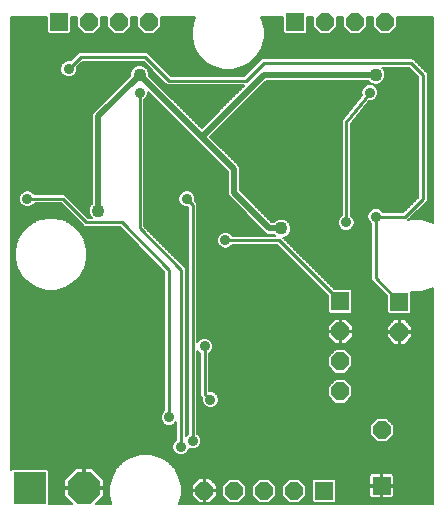
<source format=gbl>
G75*
%MOIN*%
%OFA0B0*%
%FSLAX25Y25*%
%IPPOS*%
%LPD*%
%AMOC8*
5,1,8,0,0,1.08239X$1,22.5*
%
%ADD10R,0.05937X0.05937*%
%ADD11OC8,0.05937*%
%ADD12R,0.10748X0.10748*%
%ADD13OC8,0.10748*%
%ADD14C,0.03569*%
%ADD15C,0.01000*%
%ADD16C,0.00500*%
%ADD17C,0.04356*%
%ADD18C,0.02000*%
D10*
X0122932Y0041596D03*
X0142026Y0043210D03*
X0147971Y0104509D03*
X0128286Y0104667D03*
X0113286Y0197935D03*
X0034546Y0197935D03*
D11*
X0044546Y0197935D03*
X0054546Y0197935D03*
X0064546Y0197935D03*
X0123286Y0197935D03*
X0133286Y0197935D03*
X0143286Y0197935D03*
X0147971Y0094509D03*
X0128286Y0094667D03*
X0128286Y0084667D03*
X0128286Y0074667D03*
X0142026Y0061793D03*
X0112932Y0041596D03*
X0102932Y0041596D03*
X0092932Y0041596D03*
X0082932Y0041596D03*
D12*
X0024782Y0042423D03*
D13*
X0042814Y0042423D03*
D14*
X0071200Y0066045D03*
X0075137Y0056202D03*
X0079074Y0058171D03*
X0084979Y0071950D03*
X0083011Y0089667D03*
X0098759Y0089667D03*
X0118444Y0099509D03*
X0130255Y0131006D03*
X0140097Y0132974D03*
X0140097Y0156596D03*
X0138129Y0174313D03*
X0118444Y0156596D03*
X0089999Y0125100D03*
X0077105Y0138880D03*
X0075137Y0156596D03*
X0061357Y0174313D03*
X0075137Y0186124D03*
X0039704Y0156596D03*
X0023955Y0138880D03*
X0037735Y0182187D03*
D15*
X0041672Y0186124D01*
X0063326Y0186124D01*
X0071200Y0178250D01*
X0096790Y0178250D01*
X0102696Y0184155D01*
X0151908Y0184155D01*
X0155845Y0180218D01*
X0155845Y0138880D01*
X0149940Y0132974D01*
X0140097Y0132974D01*
X0140097Y0112384D01*
X0147971Y0104509D01*
X0128286Y0104667D02*
X0107853Y0125100D01*
X0089999Y0125100D01*
X0079074Y0136911D02*
X0079074Y0058171D01*
X0075137Y0056202D02*
X0075137Y0115258D01*
X0061357Y0129037D01*
X0061357Y0174313D01*
X0077105Y0138880D02*
X0079074Y0136911D01*
X0071200Y0115258D02*
X0071200Y0066045D01*
X0083011Y0073919D02*
X0084979Y0071950D01*
X0083011Y0073919D02*
X0083011Y0089667D01*
X0071200Y0115258D02*
X0055452Y0131006D01*
X0043641Y0131006D01*
X0035767Y0138880D01*
X0023955Y0138880D01*
X0130255Y0131006D02*
X0130255Y0164470D01*
X0138129Y0174313D01*
D16*
X0031206Y0048232D02*
X0031206Y0037080D01*
X0038789Y0037080D01*
X0036190Y0039679D01*
X0036190Y0042173D01*
X0042564Y0042173D01*
X0042564Y0042673D01*
X0042564Y0049047D01*
X0040070Y0049047D01*
X0036190Y0045167D01*
X0036190Y0042673D01*
X0042564Y0042673D01*
X0043064Y0042673D01*
X0049438Y0042673D01*
X0049438Y0045167D01*
X0045558Y0049047D01*
X0043064Y0049047D01*
X0043064Y0042673D01*
X0043064Y0042173D01*
X0049438Y0042173D01*
X0049438Y0039679D01*
X0046839Y0037080D01*
X0051994Y0037080D01*
X0051202Y0040039D01*
X0051202Y0043232D01*
X0052028Y0046315D01*
X0053624Y0049080D01*
X0055881Y0051337D01*
X0058646Y0052933D01*
X0061729Y0053759D01*
X0064922Y0053759D01*
X0068005Y0052933D01*
X0070770Y0051337D01*
X0073027Y0049080D01*
X0074623Y0046315D01*
X0075450Y0043232D01*
X0075450Y0040039D01*
X0074657Y0037080D01*
X0159219Y0037080D01*
X0159219Y0109067D01*
X0158556Y0108684D01*
X0155473Y0107858D01*
X0152281Y0107858D01*
X0151958Y0107944D01*
X0151990Y0107913D01*
X0151990Y0101106D01*
X0151375Y0100491D01*
X0144568Y0100491D01*
X0143953Y0101106D01*
X0143953Y0106336D01*
X0138547Y0111741D01*
X0138547Y0130548D01*
X0138492Y0130571D01*
X0137694Y0131369D01*
X0137263Y0132410D01*
X0137263Y0133538D01*
X0137694Y0134580D01*
X0138492Y0135377D01*
X0139533Y0135808D01*
X0140661Y0135808D01*
X0141703Y0135377D01*
X0142500Y0134580D01*
X0142523Y0134524D01*
X0149298Y0134524D01*
X0154295Y0139522D01*
X0154295Y0179576D01*
X0151266Y0182605D01*
X0142275Y0182605D01*
X0142834Y0182047D01*
X0143325Y0180860D01*
X0143325Y0179576D01*
X0142834Y0178390D01*
X0141926Y0177482D01*
X0140739Y0176990D01*
X0139455Y0176990D01*
X0138269Y0177482D01*
X0137582Y0178168D01*
X0103545Y0178168D01*
X0084925Y0159549D01*
X0093702Y0150772D01*
X0094903Y0149571D01*
X0094903Y0141697D01*
X0105513Y0131087D01*
X0106086Y0131087D01*
X0106773Y0131774D01*
X0107959Y0132265D01*
X0109243Y0132265D01*
X0110430Y0131774D01*
X0111338Y0130866D01*
X0111829Y0129679D01*
X0111829Y0128395D01*
X0111338Y0127209D01*
X0110430Y0126301D01*
X0109309Y0125836D01*
X0109403Y0125742D01*
X0126460Y0108685D01*
X0131690Y0108685D01*
X0132305Y0108070D01*
X0132305Y0101264D01*
X0131690Y0100648D01*
X0124883Y0100648D01*
X0124268Y0101264D01*
X0124268Y0106493D01*
X0107211Y0123550D01*
X0092425Y0123550D01*
X0092402Y0123495D01*
X0091604Y0122697D01*
X0090563Y0122266D01*
X0089435Y0122266D01*
X0088393Y0122697D01*
X0087596Y0123495D01*
X0087165Y0124536D01*
X0087165Y0125664D01*
X0087596Y0126705D01*
X0088393Y0127503D01*
X0089435Y0127934D01*
X0090563Y0127934D01*
X0091604Y0127503D01*
X0092402Y0126705D01*
X0092425Y0126650D01*
X0106423Y0126650D01*
X0106086Y0126987D01*
X0103815Y0126987D01*
X0092004Y0138798D01*
X0090803Y0139999D01*
X0090803Y0147873D01*
X0081177Y0157499D01*
X0079976Y0158700D01*
X0064191Y0174485D01*
X0064191Y0173749D01*
X0063760Y0172707D01*
X0062963Y0171910D01*
X0062907Y0171887D01*
X0062907Y0129679D01*
X0075779Y0116808D01*
X0076687Y0115900D01*
X0076687Y0059792D01*
X0077468Y0060574D01*
X0077524Y0060597D01*
X0077524Y0136045D01*
X0076541Y0136045D01*
X0075500Y0136477D01*
X0074702Y0137274D01*
X0074271Y0138316D01*
X0074271Y0139443D01*
X0074702Y0140485D01*
X0075500Y0141282D01*
X0076541Y0141714D01*
X0077669Y0141714D01*
X0078711Y0141282D01*
X0079508Y0140485D01*
X0079939Y0139443D01*
X0079939Y0138316D01*
X0079916Y0138260D01*
X0080624Y0137553D01*
X0080624Y0091288D01*
X0081405Y0092070D01*
X0082447Y0092501D01*
X0083574Y0092501D01*
X0084616Y0092070D01*
X0085413Y0091272D01*
X0085845Y0090231D01*
X0085845Y0089103D01*
X0085413Y0088061D01*
X0084616Y0087264D01*
X0084561Y0087241D01*
X0084561Y0074785D01*
X0085543Y0074785D01*
X0086585Y0074353D01*
X0087382Y0073556D01*
X0087813Y0072514D01*
X0087813Y0071387D01*
X0087382Y0070345D01*
X0086585Y0069548D01*
X0085543Y0069116D01*
X0084415Y0069116D01*
X0083374Y0069548D01*
X0082576Y0070345D01*
X0082145Y0071387D01*
X0082145Y0072514D01*
X0082168Y0072570D01*
X0081461Y0073277D01*
X0081461Y0087241D01*
X0081405Y0087264D01*
X0080624Y0088046D01*
X0080624Y0060597D01*
X0080679Y0060574D01*
X0081476Y0059776D01*
X0081908Y0058735D01*
X0081908Y0057607D01*
X0081476Y0056565D01*
X0080679Y0055768D01*
X0079637Y0055337D01*
X0078510Y0055337D01*
X0077943Y0055571D01*
X0077539Y0054597D01*
X0076742Y0053800D01*
X0075700Y0053368D01*
X0074573Y0053368D01*
X0073531Y0053800D01*
X0072734Y0054597D01*
X0072302Y0055639D01*
X0072302Y0056766D01*
X0072734Y0057808D01*
X0073531Y0058605D01*
X0073587Y0058628D01*
X0073587Y0064424D01*
X0072805Y0063642D01*
X0071763Y0063211D01*
X0070636Y0063211D01*
X0069594Y0063642D01*
X0068797Y0064439D01*
X0068365Y0065481D01*
X0068365Y0066609D01*
X0068797Y0067650D01*
X0069594Y0068448D01*
X0069650Y0068471D01*
X0069650Y0114615D01*
X0054810Y0129456D01*
X0042998Y0129456D01*
X0042091Y0130364D01*
X0042091Y0130364D01*
X0035124Y0137330D01*
X0026381Y0137330D01*
X0026358Y0137274D01*
X0025561Y0136477D01*
X0024519Y0136045D01*
X0023392Y0136045D01*
X0022350Y0136477D01*
X0021553Y0137274D01*
X0021121Y0138316D01*
X0021121Y0139443D01*
X0021553Y0140485D01*
X0022350Y0141282D01*
X0023392Y0141714D01*
X0024519Y0141714D01*
X0025561Y0141282D01*
X0026358Y0140485D01*
X0026381Y0140430D01*
X0036409Y0140430D01*
X0037316Y0139522D01*
X0037316Y0139522D01*
X0044283Y0132556D01*
X0045400Y0132556D01*
X0044841Y0133114D01*
X0044350Y0134300D01*
X0044350Y0135585D01*
X0044841Y0136771D01*
X0045528Y0137458D01*
X0045528Y0167288D01*
X0046728Y0168489D01*
X0046728Y0168489D01*
X0058129Y0179889D01*
X0058129Y0180860D01*
X0058621Y0182047D01*
X0059529Y0182955D01*
X0060715Y0183446D01*
X0061999Y0183446D01*
X0063186Y0182955D01*
X0064094Y0182047D01*
X0064585Y0180860D01*
X0064585Y0179889D01*
X0082026Y0162448D01*
X0096278Y0176700D01*
X0070558Y0176700D01*
X0069650Y0177608D01*
X0062684Y0184574D01*
X0042314Y0184574D01*
X0040546Y0182806D01*
X0040569Y0182750D01*
X0040569Y0181623D01*
X0040138Y0180581D01*
X0039340Y0179784D01*
X0038299Y0179352D01*
X0037171Y0179352D01*
X0036130Y0179784D01*
X0035332Y0180581D01*
X0034901Y0181623D01*
X0034901Y0182750D01*
X0035332Y0183792D01*
X0036130Y0184589D01*
X0037171Y0185021D01*
X0038299Y0185021D01*
X0038354Y0184998D01*
X0040122Y0186766D01*
X0041030Y0187674D01*
X0063968Y0187674D01*
X0071842Y0179800D01*
X0096148Y0179800D01*
X0101146Y0184797D01*
X0102054Y0185705D01*
X0152550Y0185705D01*
X0157395Y0180860D01*
X0157395Y0138238D01*
X0151490Y0132332D01*
X0150891Y0131734D01*
X0152281Y0132106D01*
X0155473Y0132106D01*
X0158556Y0131280D01*
X0159219Y0130897D01*
X0159219Y0199340D01*
X0147305Y0199340D01*
X0147305Y0196270D01*
X0144951Y0193916D01*
X0141622Y0193916D01*
X0139268Y0196270D01*
X0139268Y0199340D01*
X0137305Y0199340D01*
X0137305Y0196270D01*
X0134951Y0193916D01*
X0131622Y0193916D01*
X0129268Y0196270D01*
X0129268Y0199340D01*
X0127305Y0199340D01*
X0127305Y0196270D01*
X0124951Y0193916D01*
X0121622Y0193916D01*
X0119268Y0196270D01*
X0119268Y0199340D01*
X0117305Y0199340D01*
X0117305Y0194531D01*
X0116690Y0193916D01*
X0109883Y0193916D01*
X0109268Y0194531D01*
X0109268Y0199340D01*
X0101800Y0199340D01*
X0102182Y0198677D01*
X0103009Y0195594D01*
X0103009Y0192402D01*
X0102182Y0189318D01*
X0100586Y0186553D01*
X0098329Y0184296D01*
X0095564Y0182700D01*
X0092481Y0181874D01*
X0089288Y0181874D01*
X0086205Y0182700D01*
X0083440Y0184296D01*
X0081183Y0186553D01*
X0079587Y0189318D01*
X0078761Y0192402D01*
X0078761Y0195594D01*
X0079587Y0198677D01*
X0079970Y0199340D01*
X0068565Y0199340D01*
X0068565Y0196270D01*
X0066211Y0193916D01*
X0062882Y0193916D01*
X0060528Y0196270D01*
X0060528Y0199340D01*
X0058565Y0199340D01*
X0058565Y0196270D01*
X0056211Y0193916D01*
X0052882Y0193916D01*
X0050528Y0196270D01*
X0050528Y0199340D01*
X0048565Y0199340D01*
X0048565Y0196270D01*
X0046211Y0193916D01*
X0042882Y0193916D01*
X0040528Y0196270D01*
X0040528Y0199340D01*
X0038565Y0199340D01*
X0038565Y0194531D01*
X0037949Y0193916D01*
X0031143Y0193916D01*
X0030528Y0194531D01*
X0030528Y0199340D01*
X0018613Y0199340D01*
X0018613Y0048487D01*
X0018973Y0048847D01*
X0030591Y0048847D01*
X0031206Y0048232D01*
X0031206Y0048034D02*
X0039057Y0048034D01*
X0038559Y0047536D02*
X0031206Y0047536D01*
X0031206Y0047037D02*
X0038060Y0047037D01*
X0037562Y0046539D02*
X0031206Y0046539D01*
X0031206Y0046040D02*
X0037063Y0046040D01*
X0036565Y0045542D02*
X0031206Y0045542D01*
X0031206Y0045043D02*
X0036190Y0045043D01*
X0036190Y0044545D02*
X0031206Y0044545D01*
X0031206Y0044046D02*
X0036190Y0044046D01*
X0036190Y0043548D02*
X0031206Y0043548D01*
X0031206Y0043049D02*
X0036190Y0043049D01*
X0036190Y0042052D02*
X0031206Y0042052D01*
X0031206Y0041554D02*
X0036190Y0041554D01*
X0036190Y0041055D02*
X0031206Y0041055D01*
X0031206Y0040557D02*
X0036190Y0040557D01*
X0036190Y0040058D02*
X0031206Y0040058D01*
X0031206Y0039560D02*
X0036309Y0039560D01*
X0036808Y0039061D02*
X0031206Y0039061D01*
X0031206Y0038562D02*
X0037306Y0038562D01*
X0037805Y0038064D02*
X0031206Y0038064D01*
X0031206Y0037565D02*
X0038303Y0037565D01*
X0042564Y0042551D02*
X0031206Y0042551D01*
X0030905Y0048533D02*
X0039556Y0048533D01*
X0040054Y0049031D02*
X0018613Y0049031D01*
X0018613Y0048533D02*
X0018659Y0048533D01*
X0018613Y0049530D02*
X0054074Y0049530D01*
X0053596Y0049031D02*
X0045573Y0049031D01*
X0046072Y0048533D02*
X0053308Y0048533D01*
X0053020Y0048034D02*
X0046570Y0048034D01*
X0047069Y0047536D02*
X0052732Y0047536D01*
X0052445Y0047037D02*
X0047567Y0047037D01*
X0048066Y0046539D02*
X0052157Y0046539D01*
X0051954Y0046040D02*
X0048564Y0046040D01*
X0049063Y0045542D02*
X0051821Y0045542D01*
X0051687Y0045043D02*
X0049438Y0045043D01*
X0049438Y0044545D02*
X0051553Y0044545D01*
X0051420Y0044046D02*
X0049438Y0044046D01*
X0049438Y0043548D02*
X0051286Y0043548D01*
X0051202Y0043049D02*
X0049438Y0043049D01*
X0049438Y0042052D02*
X0051202Y0042052D01*
X0051202Y0041554D02*
X0049438Y0041554D01*
X0049438Y0041055D02*
X0051202Y0041055D01*
X0051202Y0040557D02*
X0049438Y0040557D01*
X0049438Y0040058D02*
X0051202Y0040058D01*
X0051330Y0039560D02*
X0049318Y0039560D01*
X0048820Y0039061D02*
X0051464Y0039061D01*
X0051597Y0038562D02*
X0048321Y0038562D01*
X0047823Y0038064D02*
X0051731Y0038064D01*
X0051864Y0037565D02*
X0047324Y0037565D01*
X0051202Y0042551D02*
X0043064Y0042551D01*
X0043064Y0043049D02*
X0042564Y0043049D01*
X0042564Y0043548D02*
X0043064Y0043548D01*
X0043064Y0044046D02*
X0042564Y0044046D01*
X0042564Y0044545D02*
X0043064Y0044545D01*
X0043064Y0045043D02*
X0042564Y0045043D01*
X0042564Y0045542D02*
X0043064Y0045542D01*
X0043064Y0046040D02*
X0042564Y0046040D01*
X0042564Y0046539D02*
X0043064Y0046539D01*
X0043064Y0047037D02*
X0042564Y0047037D01*
X0042564Y0047536D02*
X0043064Y0047536D01*
X0043064Y0048034D02*
X0042564Y0048034D01*
X0042564Y0048533D02*
X0043064Y0048533D01*
X0043064Y0049031D02*
X0042564Y0049031D01*
X0054572Y0050028D02*
X0018613Y0050028D01*
X0018613Y0050527D02*
X0055071Y0050527D01*
X0055569Y0051025D02*
X0018613Y0051025D01*
X0018613Y0051524D02*
X0056205Y0051524D01*
X0057068Y0052022D02*
X0018613Y0052022D01*
X0018613Y0052521D02*
X0057932Y0052521D01*
X0058967Y0053019D02*
X0018613Y0053019D01*
X0018613Y0053518D02*
X0060828Y0053518D01*
X0065824Y0053518D02*
X0074211Y0053518D01*
X0073314Y0054016D02*
X0018613Y0054016D01*
X0018613Y0054515D02*
X0072816Y0054515D01*
X0072561Y0055013D02*
X0018613Y0055013D01*
X0018613Y0055512D02*
X0072355Y0055512D01*
X0072302Y0056010D02*
X0018613Y0056010D01*
X0018613Y0056509D02*
X0072302Y0056509D01*
X0072402Y0057007D02*
X0018613Y0057007D01*
X0018613Y0057506D02*
X0072609Y0057506D01*
X0072930Y0058004D02*
X0018613Y0058004D01*
X0018613Y0058503D02*
X0073429Y0058503D01*
X0073587Y0059001D02*
X0018613Y0059001D01*
X0018613Y0059500D02*
X0073587Y0059500D01*
X0073587Y0059998D02*
X0018613Y0059998D01*
X0018613Y0060497D02*
X0073587Y0060497D01*
X0073587Y0060995D02*
X0018613Y0060995D01*
X0018613Y0061494D02*
X0073587Y0061494D01*
X0073587Y0061993D02*
X0018613Y0061993D01*
X0018613Y0062491D02*
X0073587Y0062491D01*
X0073587Y0062990D02*
X0018613Y0062990D01*
X0018613Y0063488D02*
X0069966Y0063488D01*
X0069250Y0063987D02*
X0018613Y0063987D01*
X0018613Y0064485D02*
X0068778Y0064485D01*
X0068571Y0064984D02*
X0018613Y0064984D01*
X0018613Y0065482D02*
X0068365Y0065482D01*
X0068365Y0065981D02*
X0018613Y0065981D01*
X0018613Y0066479D02*
X0068365Y0066479D01*
X0068518Y0066978D02*
X0018613Y0066978D01*
X0018613Y0067476D02*
X0068725Y0067476D01*
X0069121Y0067975D02*
X0018613Y0067975D01*
X0018613Y0068473D02*
X0069650Y0068473D01*
X0069650Y0068972D02*
X0018613Y0068972D01*
X0018613Y0069470D02*
X0069650Y0069470D01*
X0069650Y0069969D02*
X0018613Y0069969D01*
X0018613Y0070467D02*
X0069650Y0070467D01*
X0069650Y0070966D02*
X0018613Y0070966D01*
X0018613Y0071464D02*
X0069650Y0071464D01*
X0069650Y0071963D02*
X0018613Y0071963D01*
X0018613Y0072461D02*
X0069650Y0072461D01*
X0069650Y0072960D02*
X0018613Y0072960D01*
X0018613Y0073458D02*
X0069650Y0073458D01*
X0069650Y0073957D02*
X0018613Y0073957D01*
X0018613Y0074455D02*
X0069650Y0074455D01*
X0069650Y0074954D02*
X0018613Y0074954D01*
X0018613Y0075452D02*
X0069650Y0075452D01*
X0069650Y0075951D02*
X0018613Y0075951D01*
X0018613Y0076449D02*
X0069650Y0076449D01*
X0069650Y0076948D02*
X0018613Y0076948D01*
X0018613Y0077446D02*
X0069650Y0077446D01*
X0069650Y0077945D02*
X0018613Y0077945D01*
X0018613Y0078443D02*
X0069650Y0078443D01*
X0069650Y0078942D02*
X0018613Y0078942D01*
X0018613Y0079440D02*
X0069650Y0079440D01*
X0069650Y0079939D02*
X0018613Y0079939D01*
X0018613Y0080437D02*
X0069650Y0080437D01*
X0069650Y0080936D02*
X0018613Y0080936D01*
X0018613Y0081434D02*
X0069650Y0081434D01*
X0069650Y0081933D02*
X0018613Y0081933D01*
X0018613Y0082431D02*
X0069650Y0082431D01*
X0069650Y0082930D02*
X0018613Y0082930D01*
X0018613Y0083429D02*
X0069650Y0083429D01*
X0069650Y0083927D02*
X0018613Y0083927D01*
X0018613Y0084426D02*
X0069650Y0084426D01*
X0069650Y0084924D02*
X0018613Y0084924D01*
X0018613Y0085423D02*
X0069650Y0085423D01*
X0069650Y0085921D02*
X0018613Y0085921D01*
X0018613Y0086420D02*
X0069650Y0086420D01*
X0069650Y0086918D02*
X0018613Y0086918D01*
X0018613Y0087417D02*
X0069650Y0087417D01*
X0069650Y0087915D02*
X0018613Y0087915D01*
X0018613Y0088414D02*
X0069650Y0088414D01*
X0069650Y0088912D02*
X0018613Y0088912D01*
X0018613Y0089411D02*
X0069650Y0089411D01*
X0069650Y0089909D02*
X0018613Y0089909D01*
X0018613Y0090408D02*
X0069650Y0090408D01*
X0069650Y0090906D02*
X0018613Y0090906D01*
X0018613Y0091405D02*
X0069650Y0091405D01*
X0069650Y0091903D02*
X0018613Y0091903D01*
X0018613Y0092402D02*
X0069650Y0092402D01*
X0069650Y0092900D02*
X0018613Y0092900D01*
X0018613Y0093399D02*
X0069650Y0093399D01*
X0069650Y0093897D02*
X0018613Y0093897D01*
X0018613Y0094396D02*
X0069650Y0094396D01*
X0069650Y0094894D02*
X0018613Y0094894D01*
X0018613Y0095393D02*
X0069650Y0095393D01*
X0069650Y0095891D02*
X0018613Y0095891D01*
X0018613Y0096390D02*
X0069650Y0096390D01*
X0069650Y0096888D02*
X0018613Y0096888D01*
X0018613Y0097387D02*
X0069650Y0097387D01*
X0069650Y0097885D02*
X0018613Y0097885D01*
X0018613Y0098384D02*
X0069650Y0098384D01*
X0069650Y0098882D02*
X0018613Y0098882D01*
X0018613Y0099381D02*
X0069650Y0099381D01*
X0069650Y0099879D02*
X0018613Y0099879D01*
X0018613Y0100378D02*
X0069650Y0100378D01*
X0069650Y0100876D02*
X0018613Y0100876D01*
X0018613Y0101375D02*
X0069650Y0101375D01*
X0069650Y0101873D02*
X0018613Y0101873D01*
X0018613Y0102372D02*
X0069650Y0102372D01*
X0069650Y0102870D02*
X0018613Y0102870D01*
X0018613Y0103369D02*
X0069650Y0103369D01*
X0069650Y0103867D02*
X0018613Y0103867D01*
X0018613Y0104366D02*
X0069650Y0104366D01*
X0069650Y0104864D02*
X0018613Y0104864D01*
X0018613Y0105363D02*
X0069650Y0105363D01*
X0069650Y0105862D02*
X0018613Y0105862D01*
X0018613Y0106360D02*
X0069650Y0106360D01*
X0069650Y0106859D02*
X0018613Y0106859D01*
X0018613Y0107357D02*
X0069650Y0107357D01*
X0069650Y0107856D02*
X0018613Y0107856D01*
X0018613Y0108354D02*
X0029851Y0108354D01*
X0030233Y0108252D02*
X0033426Y0108252D01*
X0036509Y0109078D01*
X0039274Y0110674D01*
X0041531Y0112931D01*
X0043127Y0115696D01*
X0043954Y0118779D01*
X0043954Y0121972D01*
X0043127Y0125055D01*
X0041531Y0127820D01*
X0039274Y0130077D01*
X0036509Y0131673D01*
X0033426Y0132500D01*
X0030233Y0132500D01*
X0027150Y0131673D01*
X0024385Y0130077D01*
X0022128Y0127820D01*
X0020532Y0125055D01*
X0019705Y0121972D01*
X0019705Y0118779D01*
X0020532Y0115696D01*
X0022128Y0112931D01*
X0024385Y0110674D01*
X0027150Y0109078D01*
X0030233Y0108252D01*
X0027990Y0108853D02*
X0018613Y0108853D01*
X0018613Y0109351D02*
X0026677Y0109351D01*
X0025813Y0109850D02*
X0018613Y0109850D01*
X0018613Y0110348D02*
X0024950Y0110348D01*
X0024213Y0110847D02*
X0018613Y0110847D01*
X0018613Y0111345D02*
X0023714Y0111345D01*
X0023216Y0111844D02*
X0018613Y0111844D01*
X0018613Y0112342D02*
X0022717Y0112342D01*
X0022219Y0112841D02*
X0018613Y0112841D01*
X0018613Y0113339D02*
X0021892Y0113339D01*
X0021605Y0113838D02*
X0018613Y0113838D01*
X0018613Y0114336D02*
X0021317Y0114336D01*
X0021029Y0114835D02*
X0018613Y0114835D01*
X0018613Y0115333D02*
X0020741Y0115333D01*
X0020495Y0115832D02*
X0018613Y0115832D01*
X0018613Y0116330D02*
X0020362Y0116330D01*
X0020228Y0116829D02*
X0018613Y0116829D01*
X0018613Y0117327D02*
X0020095Y0117327D01*
X0019961Y0117826D02*
X0018613Y0117826D01*
X0018613Y0118324D02*
X0019827Y0118324D01*
X0019705Y0118823D02*
X0018613Y0118823D01*
X0018613Y0119321D02*
X0019705Y0119321D01*
X0019705Y0119820D02*
X0018613Y0119820D01*
X0018613Y0120318D02*
X0019705Y0120318D01*
X0019705Y0120817D02*
X0018613Y0120817D01*
X0018613Y0121315D02*
X0019705Y0121315D01*
X0019705Y0121814D02*
X0018613Y0121814D01*
X0018613Y0122312D02*
X0019797Y0122312D01*
X0019930Y0122811D02*
X0018613Y0122811D01*
X0018613Y0123309D02*
X0020064Y0123309D01*
X0020197Y0123808D02*
X0018613Y0123808D01*
X0018613Y0124306D02*
X0020331Y0124306D01*
X0020465Y0124805D02*
X0018613Y0124805D01*
X0018613Y0125303D02*
X0020675Y0125303D01*
X0020963Y0125802D02*
X0018613Y0125802D01*
X0018613Y0126300D02*
X0021251Y0126300D01*
X0021538Y0126799D02*
X0018613Y0126799D01*
X0018613Y0127298D02*
X0021826Y0127298D01*
X0022114Y0127796D02*
X0018613Y0127796D01*
X0018613Y0128295D02*
X0022602Y0128295D01*
X0023101Y0128793D02*
X0018613Y0128793D01*
X0018613Y0129292D02*
X0023599Y0129292D01*
X0024098Y0129790D02*
X0018613Y0129790D01*
X0018613Y0130289D02*
X0024751Y0130289D01*
X0025615Y0130787D02*
X0018613Y0130787D01*
X0018613Y0131286D02*
X0026478Y0131286D01*
X0027563Y0131784D02*
X0018613Y0131784D01*
X0018613Y0132283D02*
X0029423Y0132283D01*
X0025063Y0136271D02*
X0036183Y0136271D01*
X0035685Y0136769D02*
X0025853Y0136769D01*
X0026352Y0137268D02*
X0035186Y0137268D01*
X0036682Y0135772D02*
X0018613Y0135772D01*
X0018613Y0135274D02*
X0037180Y0135274D01*
X0037679Y0134775D02*
X0018613Y0134775D01*
X0018613Y0134277D02*
X0038177Y0134277D01*
X0038676Y0133778D02*
X0018613Y0133778D01*
X0018613Y0133280D02*
X0039174Y0133280D01*
X0039673Y0132781D02*
X0018613Y0132781D01*
X0018613Y0136271D02*
X0022848Y0136271D01*
X0022058Y0136769D02*
X0018613Y0136769D01*
X0018613Y0137268D02*
X0021559Y0137268D01*
X0021349Y0137766D02*
X0018613Y0137766D01*
X0018613Y0138265D02*
X0021142Y0138265D01*
X0021121Y0138763D02*
X0018613Y0138763D01*
X0018613Y0139262D02*
X0021121Y0139262D01*
X0021253Y0139760D02*
X0018613Y0139760D01*
X0018613Y0140259D02*
X0021459Y0140259D01*
X0021825Y0140757D02*
X0018613Y0140757D01*
X0018613Y0141256D02*
X0022324Y0141256D01*
X0025587Y0141256D02*
X0045528Y0141256D01*
X0045528Y0141754D02*
X0018613Y0141754D01*
X0018613Y0142253D02*
X0045528Y0142253D01*
X0045528Y0142751D02*
X0018613Y0142751D01*
X0018613Y0143250D02*
X0045528Y0143250D01*
X0045528Y0143748D02*
X0018613Y0143748D01*
X0018613Y0144247D02*
X0045528Y0144247D01*
X0045528Y0144745D02*
X0018613Y0144745D01*
X0018613Y0145244D02*
X0045528Y0145244D01*
X0045528Y0145742D02*
X0018613Y0145742D01*
X0018613Y0146241D02*
X0045528Y0146241D01*
X0045528Y0146739D02*
X0018613Y0146739D01*
X0018613Y0147238D02*
X0045528Y0147238D01*
X0045528Y0147736D02*
X0018613Y0147736D01*
X0018613Y0148235D02*
X0045528Y0148235D01*
X0045528Y0148733D02*
X0018613Y0148733D01*
X0018613Y0149232D02*
X0045528Y0149232D01*
X0045528Y0149731D02*
X0018613Y0149731D01*
X0018613Y0150229D02*
X0045528Y0150229D01*
X0045528Y0150728D02*
X0018613Y0150728D01*
X0018613Y0151226D02*
X0045528Y0151226D01*
X0045528Y0151725D02*
X0018613Y0151725D01*
X0018613Y0152223D02*
X0045528Y0152223D01*
X0045528Y0152722D02*
X0018613Y0152722D01*
X0018613Y0153220D02*
X0045528Y0153220D01*
X0045528Y0153719D02*
X0018613Y0153719D01*
X0018613Y0154217D02*
X0045528Y0154217D01*
X0045528Y0154716D02*
X0018613Y0154716D01*
X0018613Y0155214D02*
X0045528Y0155214D01*
X0045528Y0155713D02*
X0018613Y0155713D01*
X0018613Y0156211D02*
X0045528Y0156211D01*
X0045528Y0156710D02*
X0018613Y0156710D01*
X0018613Y0157208D02*
X0045528Y0157208D01*
X0045528Y0157707D02*
X0018613Y0157707D01*
X0018613Y0158205D02*
X0045528Y0158205D01*
X0045528Y0158704D02*
X0018613Y0158704D01*
X0018613Y0159202D02*
X0045528Y0159202D01*
X0045528Y0159701D02*
X0018613Y0159701D01*
X0018613Y0160199D02*
X0045528Y0160199D01*
X0045528Y0160698D02*
X0018613Y0160698D01*
X0018613Y0161196D02*
X0045528Y0161196D01*
X0045528Y0161695D02*
X0018613Y0161695D01*
X0018613Y0162193D02*
X0045528Y0162193D01*
X0045528Y0162692D02*
X0018613Y0162692D01*
X0018613Y0163190D02*
X0045528Y0163190D01*
X0045528Y0163689D02*
X0018613Y0163689D01*
X0018613Y0164187D02*
X0045528Y0164187D01*
X0045528Y0164686D02*
X0018613Y0164686D01*
X0018613Y0165184D02*
X0045528Y0165184D01*
X0045528Y0165683D02*
X0018613Y0165683D01*
X0018613Y0166181D02*
X0045528Y0166181D01*
X0045528Y0166680D02*
X0018613Y0166680D01*
X0018613Y0167178D02*
X0045528Y0167178D01*
X0045917Y0167677D02*
X0018613Y0167677D01*
X0018613Y0168175D02*
X0046415Y0168175D01*
X0046914Y0168674D02*
X0018613Y0168674D01*
X0018613Y0169172D02*
X0047412Y0169172D01*
X0047911Y0169671D02*
X0018613Y0169671D01*
X0018613Y0170169D02*
X0048409Y0170169D01*
X0048908Y0170668D02*
X0018613Y0170668D01*
X0018613Y0171166D02*
X0049406Y0171166D01*
X0049905Y0171665D02*
X0018613Y0171665D01*
X0018613Y0172164D02*
X0050403Y0172164D01*
X0050902Y0172662D02*
X0018613Y0172662D01*
X0018613Y0173161D02*
X0051400Y0173161D01*
X0051899Y0173659D02*
X0018613Y0173659D01*
X0018613Y0174158D02*
X0052397Y0174158D01*
X0052896Y0174656D02*
X0018613Y0174656D01*
X0018613Y0175155D02*
X0053394Y0175155D01*
X0053893Y0175653D02*
X0018613Y0175653D01*
X0018613Y0176152D02*
X0054391Y0176152D01*
X0054890Y0176650D02*
X0018613Y0176650D01*
X0018613Y0177149D02*
X0055388Y0177149D01*
X0055887Y0177647D02*
X0018613Y0177647D01*
X0018613Y0178146D02*
X0056385Y0178146D01*
X0056884Y0178644D02*
X0018613Y0178644D01*
X0018613Y0179143D02*
X0057382Y0179143D01*
X0057881Y0179641D02*
X0038996Y0179641D01*
X0039696Y0180140D02*
X0058129Y0180140D01*
X0058129Y0180638D02*
X0040161Y0180638D01*
X0040368Y0181137D02*
X0058244Y0181137D01*
X0058450Y0181635D02*
X0040569Y0181635D01*
X0040569Y0182134D02*
X0058708Y0182134D01*
X0059206Y0182632D02*
X0040569Y0182632D01*
X0040871Y0183131D02*
X0059954Y0183131D01*
X0062760Y0183131D02*
X0064126Y0183131D01*
X0063628Y0183629D02*
X0041370Y0183629D01*
X0041868Y0184128D02*
X0063129Y0184128D01*
X0063508Y0182632D02*
X0064625Y0182632D01*
X0065123Y0182134D02*
X0064006Y0182134D01*
X0064264Y0181635D02*
X0065622Y0181635D01*
X0066120Y0181137D02*
X0064470Y0181137D01*
X0064585Y0180638D02*
X0066619Y0180638D01*
X0067117Y0180140D02*
X0064585Y0180140D01*
X0064833Y0179641D02*
X0067616Y0179641D01*
X0068115Y0179143D02*
X0065332Y0179143D01*
X0065830Y0178644D02*
X0068613Y0178644D01*
X0069112Y0178146D02*
X0066329Y0178146D01*
X0066827Y0177647D02*
X0069610Y0177647D01*
X0070109Y0177149D02*
X0067326Y0177149D01*
X0067824Y0176650D02*
X0096228Y0176650D01*
X0095730Y0176152D02*
X0068323Y0176152D01*
X0068821Y0175653D02*
X0095231Y0175653D01*
X0094733Y0175155D02*
X0069320Y0175155D01*
X0069818Y0174656D02*
X0094234Y0174656D01*
X0093736Y0174158D02*
X0070317Y0174158D01*
X0070815Y0173659D02*
X0093237Y0173659D01*
X0092739Y0173161D02*
X0071314Y0173161D01*
X0071812Y0172662D02*
X0092240Y0172662D01*
X0091742Y0172164D02*
X0072311Y0172164D01*
X0072809Y0171665D02*
X0091243Y0171665D01*
X0090745Y0171166D02*
X0073308Y0171166D01*
X0073806Y0170668D02*
X0090246Y0170668D01*
X0089748Y0170169D02*
X0074305Y0170169D01*
X0074803Y0169671D02*
X0089249Y0169671D01*
X0088751Y0169172D02*
X0075302Y0169172D01*
X0075800Y0168674D02*
X0088252Y0168674D01*
X0087754Y0168175D02*
X0076299Y0168175D01*
X0076797Y0167677D02*
X0087255Y0167677D01*
X0086757Y0167178D02*
X0077296Y0167178D01*
X0077794Y0166680D02*
X0086258Y0166680D01*
X0085760Y0166181D02*
X0078293Y0166181D01*
X0078791Y0165683D02*
X0085261Y0165683D01*
X0084763Y0165184D02*
X0079290Y0165184D01*
X0079788Y0164686D02*
X0084264Y0164686D01*
X0083766Y0164187D02*
X0080287Y0164187D01*
X0080786Y0163689D02*
X0083267Y0163689D01*
X0082769Y0163190D02*
X0081284Y0163190D01*
X0081783Y0162692D02*
X0082270Y0162692D01*
X0085077Y0159701D02*
X0128705Y0159701D01*
X0128705Y0160199D02*
X0085576Y0160199D01*
X0086074Y0160698D02*
X0128705Y0160698D01*
X0128705Y0161196D02*
X0086573Y0161196D01*
X0087071Y0161695D02*
X0128705Y0161695D01*
X0128705Y0162193D02*
X0087570Y0162193D01*
X0088068Y0162692D02*
X0128705Y0162692D01*
X0128705Y0163190D02*
X0088567Y0163190D01*
X0089065Y0163689D02*
X0128705Y0163689D01*
X0128705Y0164187D02*
X0089564Y0164187D01*
X0090062Y0164686D02*
X0128671Y0164686D01*
X0128643Y0164937D02*
X0128705Y0164384D01*
X0128705Y0133431D01*
X0128649Y0133408D01*
X0127852Y0132611D01*
X0127420Y0131569D01*
X0127420Y0130442D01*
X0127852Y0129400D01*
X0128649Y0128603D01*
X0129691Y0128171D01*
X0130818Y0128171D01*
X0131860Y0128603D01*
X0132657Y0129400D01*
X0133089Y0130442D01*
X0133089Y0131569D01*
X0132657Y0132611D01*
X0131860Y0133408D01*
X0131805Y0133431D01*
X0131805Y0163926D01*
X0137846Y0171478D01*
X0138692Y0171478D01*
X0139734Y0171910D01*
X0140531Y0172707D01*
X0140963Y0173749D01*
X0140963Y0174876D01*
X0140531Y0175918D01*
X0139734Y0176715D01*
X0138692Y0177147D01*
X0137565Y0177147D01*
X0136523Y0176715D01*
X0135726Y0175918D01*
X0135294Y0174876D01*
X0135294Y0173749D01*
X0135430Y0173421D01*
X0129098Y0165505D01*
X0128705Y0165112D01*
X0128705Y0165014D01*
X0128643Y0164937D01*
X0128777Y0165184D02*
X0090561Y0165184D01*
X0091060Y0165683D02*
X0129240Y0165683D01*
X0129639Y0166181D02*
X0091558Y0166181D01*
X0092057Y0166680D02*
X0130038Y0166680D01*
X0130436Y0167178D02*
X0092555Y0167178D01*
X0093054Y0167677D02*
X0130835Y0167677D01*
X0131234Y0168175D02*
X0093552Y0168175D01*
X0094051Y0168674D02*
X0131633Y0168674D01*
X0132032Y0169172D02*
X0094549Y0169172D01*
X0095048Y0169671D02*
X0132430Y0169671D01*
X0132829Y0170169D02*
X0095546Y0170169D01*
X0096045Y0170668D02*
X0133228Y0170668D01*
X0133627Y0171166D02*
X0096543Y0171166D01*
X0097042Y0171665D02*
X0134026Y0171665D01*
X0134424Y0172164D02*
X0097540Y0172164D01*
X0098039Y0172662D02*
X0134823Y0172662D01*
X0135222Y0173161D02*
X0098537Y0173161D01*
X0099036Y0173659D02*
X0135332Y0173659D01*
X0135294Y0174158D02*
X0099534Y0174158D01*
X0100033Y0174656D02*
X0135294Y0174656D01*
X0135410Y0175155D02*
X0100531Y0175155D01*
X0101030Y0175653D02*
X0135616Y0175653D01*
X0135959Y0176152D02*
X0101528Y0176152D01*
X0102027Y0176650D02*
X0136458Y0176650D01*
X0137605Y0178146D02*
X0103522Y0178146D01*
X0103024Y0177647D02*
X0138103Y0177647D01*
X0139073Y0177149D02*
X0102525Y0177149D01*
X0097984Y0181635D02*
X0070006Y0181635D01*
X0070505Y0181137D02*
X0097485Y0181137D01*
X0096987Y0180638D02*
X0071003Y0180638D01*
X0071502Y0180140D02*
X0096488Y0180140D01*
X0098482Y0182134D02*
X0093451Y0182134D01*
X0095312Y0182632D02*
X0098981Y0182632D01*
X0099479Y0183131D02*
X0096311Y0183131D01*
X0097174Y0183629D02*
X0099978Y0183629D01*
X0100476Y0184128D02*
X0098037Y0184128D01*
X0098659Y0184626D02*
X0100975Y0184626D01*
X0101473Y0185125D02*
X0099158Y0185125D01*
X0099656Y0185623D02*
X0101972Y0185623D01*
X0100625Y0186620D02*
X0159219Y0186620D01*
X0159219Y0186122D02*
X0100155Y0186122D01*
X0100913Y0187119D02*
X0159219Y0187119D01*
X0159219Y0187617D02*
X0101201Y0187617D01*
X0101488Y0188116D02*
X0159219Y0188116D01*
X0159219Y0188614D02*
X0101776Y0188614D01*
X0102064Y0189113D02*
X0159219Y0189113D01*
X0159219Y0189611D02*
X0102261Y0189611D01*
X0102395Y0190110D02*
X0159219Y0190110D01*
X0159219Y0190608D02*
X0102528Y0190608D01*
X0102662Y0191107D02*
X0159219Y0191107D01*
X0159219Y0191605D02*
X0102795Y0191605D01*
X0102929Y0192104D02*
X0159219Y0192104D01*
X0159219Y0192602D02*
X0103009Y0192602D01*
X0103009Y0193101D02*
X0159219Y0193101D01*
X0159219Y0193600D02*
X0103009Y0193600D01*
X0103009Y0194098D02*
X0109701Y0194098D01*
X0109268Y0194597D02*
X0103009Y0194597D01*
X0103009Y0195095D02*
X0109268Y0195095D01*
X0109268Y0195594D02*
X0103009Y0195594D01*
X0102875Y0196092D02*
X0109268Y0196092D01*
X0109268Y0196591D02*
X0102742Y0196591D01*
X0102608Y0197089D02*
X0109268Y0197089D01*
X0109268Y0197588D02*
X0102474Y0197588D01*
X0102341Y0198086D02*
X0109268Y0198086D01*
X0109268Y0198585D02*
X0102207Y0198585D01*
X0101948Y0199083D02*
X0109268Y0199083D01*
X0116871Y0194098D02*
X0121440Y0194098D01*
X0120941Y0194597D02*
X0117305Y0194597D01*
X0117305Y0195095D02*
X0120443Y0195095D01*
X0119944Y0195594D02*
X0117305Y0195594D01*
X0117305Y0196092D02*
X0119446Y0196092D01*
X0119268Y0196591D02*
X0117305Y0196591D01*
X0117305Y0197089D02*
X0119268Y0197089D01*
X0119268Y0197588D02*
X0117305Y0197588D01*
X0117305Y0198086D02*
X0119268Y0198086D01*
X0119268Y0198585D02*
X0117305Y0198585D01*
X0117305Y0199083D02*
X0119268Y0199083D01*
X0125133Y0194098D02*
X0131440Y0194098D01*
X0130941Y0194597D02*
X0125631Y0194597D01*
X0126130Y0195095D02*
X0130443Y0195095D01*
X0129944Y0195594D02*
X0126628Y0195594D01*
X0127127Y0196092D02*
X0129446Y0196092D01*
X0129268Y0196591D02*
X0127305Y0196591D01*
X0127305Y0197089D02*
X0129268Y0197089D01*
X0129268Y0197588D02*
X0127305Y0197588D01*
X0127305Y0198086D02*
X0129268Y0198086D01*
X0129268Y0198585D02*
X0127305Y0198585D01*
X0127305Y0199083D02*
X0129268Y0199083D01*
X0135133Y0194098D02*
X0141440Y0194098D01*
X0140941Y0194597D02*
X0135631Y0194597D01*
X0136130Y0195095D02*
X0140443Y0195095D01*
X0139944Y0195594D02*
X0136628Y0195594D01*
X0137127Y0196092D02*
X0139446Y0196092D01*
X0139268Y0196591D02*
X0137305Y0196591D01*
X0137305Y0197089D02*
X0139268Y0197089D01*
X0139268Y0197588D02*
X0137305Y0197588D01*
X0137305Y0198086D02*
X0139268Y0198086D01*
X0139268Y0198585D02*
X0137305Y0198585D01*
X0137305Y0199083D02*
X0139268Y0199083D01*
X0145133Y0194098D02*
X0159219Y0194098D01*
X0159219Y0194597D02*
X0145631Y0194597D01*
X0146130Y0195095D02*
X0159219Y0195095D01*
X0159219Y0195594D02*
X0146628Y0195594D01*
X0147127Y0196092D02*
X0159219Y0196092D01*
X0159219Y0196591D02*
X0147305Y0196591D01*
X0147305Y0197089D02*
X0159219Y0197089D01*
X0159219Y0197588D02*
X0147305Y0197588D01*
X0147305Y0198086D02*
X0159219Y0198086D01*
X0159219Y0198585D02*
X0147305Y0198585D01*
X0147305Y0199083D02*
X0159219Y0199083D01*
X0159219Y0185623D02*
X0152632Y0185623D01*
X0153131Y0185125D02*
X0159219Y0185125D01*
X0159219Y0184626D02*
X0153629Y0184626D01*
X0154128Y0184128D02*
X0159219Y0184128D01*
X0159219Y0183629D02*
X0154626Y0183629D01*
X0155125Y0183131D02*
X0159219Y0183131D01*
X0159219Y0182632D02*
X0155623Y0182632D01*
X0156122Y0182134D02*
X0159219Y0182134D01*
X0159219Y0181635D02*
X0156620Y0181635D01*
X0157119Y0181137D02*
X0159219Y0181137D01*
X0159219Y0180638D02*
X0157395Y0180638D01*
X0157395Y0180140D02*
X0159219Y0180140D01*
X0159219Y0179641D02*
X0157395Y0179641D01*
X0157395Y0179143D02*
X0159219Y0179143D01*
X0159219Y0178644D02*
X0157395Y0178644D01*
X0157395Y0178146D02*
X0159219Y0178146D01*
X0159219Y0177647D02*
X0157395Y0177647D01*
X0157395Y0177149D02*
X0159219Y0177149D01*
X0159219Y0176650D02*
X0157395Y0176650D01*
X0157395Y0176152D02*
X0159219Y0176152D01*
X0159219Y0175653D02*
X0157395Y0175653D01*
X0157395Y0175155D02*
X0159219Y0175155D01*
X0159219Y0174656D02*
X0157395Y0174656D01*
X0157395Y0174158D02*
X0159219Y0174158D01*
X0159219Y0173659D02*
X0157395Y0173659D01*
X0157395Y0173161D02*
X0159219Y0173161D01*
X0159219Y0172662D02*
X0157395Y0172662D01*
X0157395Y0172164D02*
X0159219Y0172164D01*
X0159219Y0171665D02*
X0157395Y0171665D01*
X0157395Y0171166D02*
X0159219Y0171166D01*
X0159219Y0170668D02*
X0157395Y0170668D01*
X0157395Y0170169D02*
X0159219Y0170169D01*
X0159219Y0169671D02*
X0157395Y0169671D01*
X0157395Y0169172D02*
X0159219Y0169172D01*
X0159219Y0168674D02*
X0157395Y0168674D01*
X0157395Y0168175D02*
X0159219Y0168175D01*
X0159219Y0167677D02*
X0157395Y0167677D01*
X0157395Y0167178D02*
X0159219Y0167178D01*
X0159219Y0166680D02*
X0157395Y0166680D01*
X0157395Y0166181D02*
X0159219Y0166181D01*
X0159219Y0165683D02*
X0157395Y0165683D01*
X0157395Y0165184D02*
X0159219Y0165184D01*
X0159219Y0164686D02*
X0157395Y0164686D01*
X0157395Y0164187D02*
X0159219Y0164187D01*
X0159219Y0163689D02*
X0157395Y0163689D01*
X0157395Y0163190D02*
X0159219Y0163190D01*
X0159219Y0162692D02*
X0157395Y0162692D01*
X0157395Y0162193D02*
X0159219Y0162193D01*
X0159219Y0161695D02*
X0157395Y0161695D01*
X0157395Y0161196D02*
X0159219Y0161196D01*
X0159219Y0160698D02*
X0157395Y0160698D01*
X0157395Y0160199D02*
X0159219Y0160199D01*
X0159219Y0159701D02*
X0157395Y0159701D01*
X0157395Y0159202D02*
X0159219Y0159202D01*
X0159219Y0158704D02*
X0157395Y0158704D01*
X0157395Y0158205D02*
X0159219Y0158205D01*
X0159219Y0157707D02*
X0157395Y0157707D01*
X0157395Y0157208D02*
X0159219Y0157208D01*
X0159219Y0156710D02*
X0157395Y0156710D01*
X0157395Y0156211D02*
X0159219Y0156211D01*
X0159219Y0155713D02*
X0157395Y0155713D01*
X0157395Y0155214D02*
X0159219Y0155214D01*
X0159219Y0154716D02*
X0157395Y0154716D01*
X0157395Y0154217D02*
X0159219Y0154217D01*
X0159219Y0153719D02*
X0157395Y0153719D01*
X0157395Y0153220D02*
X0159219Y0153220D01*
X0159219Y0152722D02*
X0157395Y0152722D01*
X0157395Y0152223D02*
X0159219Y0152223D01*
X0159219Y0151725D02*
X0157395Y0151725D01*
X0157395Y0151226D02*
X0159219Y0151226D01*
X0159219Y0150728D02*
X0157395Y0150728D01*
X0157395Y0150229D02*
X0159219Y0150229D01*
X0159219Y0149731D02*
X0157395Y0149731D01*
X0157395Y0149232D02*
X0159219Y0149232D01*
X0159219Y0148733D02*
X0157395Y0148733D01*
X0157395Y0148235D02*
X0159219Y0148235D01*
X0159219Y0147736D02*
X0157395Y0147736D01*
X0157395Y0147238D02*
X0159219Y0147238D01*
X0159219Y0146739D02*
X0157395Y0146739D01*
X0157395Y0146241D02*
X0159219Y0146241D01*
X0159219Y0145742D02*
X0157395Y0145742D01*
X0157395Y0145244D02*
X0159219Y0145244D01*
X0159219Y0144745D02*
X0157395Y0144745D01*
X0157395Y0144247D02*
X0159219Y0144247D01*
X0159219Y0143748D02*
X0157395Y0143748D01*
X0157395Y0143250D02*
X0159219Y0143250D01*
X0159219Y0142751D02*
X0157395Y0142751D01*
X0157395Y0142253D02*
X0159219Y0142253D01*
X0159219Y0141754D02*
X0157395Y0141754D01*
X0157395Y0141256D02*
X0159219Y0141256D01*
X0159219Y0140757D02*
X0157395Y0140757D01*
X0157395Y0140259D02*
X0159219Y0140259D01*
X0159219Y0139760D02*
X0157395Y0139760D01*
X0157395Y0139262D02*
X0159219Y0139262D01*
X0159219Y0138763D02*
X0157395Y0138763D01*
X0157395Y0138265D02*
X0159219Y0138265D01*
X0159219Y0137766D02*
X0156924Y0137766D01*
X0156425Y0137268D02*
X0159219Y0137268D01*
X0159219Y0136769D02*
X0155927Y0136769D01*
X0155428Y0136271D02*
X0159219Y0136271D01*
X0159219Y0135772D02*
X0154930Y0135772D01*
X0154431Y0135274D02*
X0159219Y0135274D01*
X0159219Y0134775D02*
X0153933Y0134775D01*
X0153434Y0134277D02*
X0159219Y0134277D01*
X0159219Y0133778D02*
X0152936Y0133778D01*
X0152437Y0133280D02*
X0159219Y0133280D01*
X0159219Y0132781D02*
X0151939Y0132781D01*
X0151440Y0132283D02*
X0159219Y0132283D01*
X0159219Y0131784D02*
X0156674Y0131784D01*
X0158534Y0131286D02*
X0159219Y0131286D01*
X0153537Y0138763D02*
X0131805Y0138763D01*
X0131805Y0138265D02*
X0153038Y0138265D01*
X0152540Y0137766D02*
X0131805Y0137766D01*
X0131805Y0137268D02*
X0152041Y0137268D01*
X0151543Y0136769D02*
X0131805Y0136769D01*
X0131805Y0136271D02*
X0151044Y0136271D01*
X0150546Y0135772D02*
X0140748Y0135772D01*
X0141806Y0135274D02*
X0150047Y0135274D01*
X0149549Y0134775D02*
X0142304Y0134775D01*
X0139446Y0135772D02*
X0131805Y0135772D01*
X0131805Y0135274D02*
X0138389Y0135274D01*
X0137890Y0134775D02*
X0131805Y0134775D01*
X0131805Y0134277D02*
X0137569Y0134277D01*
X0137363Y0133778D02*
X0131805Y0133778D01*
X0131989Y0133280D02*
X0137263Y0133280D01*
X0137263Y0132781D02*
X0132487Y0132781D01*
X0132793Y0132283D02*
X0137316Y0132283D01*
X0137522Y0131784D02*
X0133000Y0131784D01*
X0133089Y0131286D02*
X0137777Y0131286D01*
X0138276Y0130787D02*
X0133089Y0130787D01*
X0133025Y0130289D02*
X0138547Y0130289D01*
X0138547Y0129790D02*
X0132819Y0129790D01*
X0132549Y0129292D02*
X0138547Y0129292D01*
X0138547Y0128793D02*
X0132050Y0128793D01*
X0131116Y0128295D02*
X0138547Y0128295D01*
X0138547Y0127796D02*
X0111581Y0127796D01*
X0111375Y0127298D02*
X0138547Y0127298D01*
X0138547Y0126799D02*
X0110928Y0126799D01*
X0110430Y0126300D02*
X0138547Y0126300D01*
X0138547Y0125802D02*
X0109343Y0125802D01*
X0109842Y0125303D02*
X0138547Y0125303D01*
X0138547Y0124805D02*
X0110340Y0124805D01*
X0110839Y0124306D02*
X0138547Y0124306D01*
X0138547Y0123808D02*
X0111337Y0123808D01*
X0111836Y0123309D02*
X0138547Y0123309D01*
X0138547Y0122811D02*
X0112334Y0122811D01*
X0112833Y0122312D02*
X0138547Y0122312D01*
X0138547Y0121814D02*
X0113331Y0121814D01*
X0113830Y0121315D02*
X0138547Y0121315D01*
X0138547Y0120817D02*
X0114328Y0120817D01*
X0114827Y0120318D02*
X0138547Y0120318D01*
X0138547Y0119820D02*
X0115325Y0119820D01*
X0115824Y0119321D02*
X0138547Y0119321D01*
X0138547Y0118823D02*
X0116322Y0118823D01*
X0116821Y0118324D02*
X0138547Y0118324D01*
X0138547Y0117826D02*
X0117319Y0117826D01*
X0117818Y0117327D02*
X0138547Y0117327D01*
X0138547Y0116829D02*
X0118316Y0116829D01*
X0118815Y0116330D02*
X0138547Y0116330D01*
X0138547Y0115832D02*
X0119313Y0115832D01*
X0119812Y0115333D02*
X0138547Y0115333D01*
X0138547Y0114835D02*
X0120310Y0114835D01*
X0120809Y0114336D02*
X0138547Y0114336D01*
X0138547Y0113838D02*
X0121307Y0113838D01*
X0121806Y0113339D02*
X0138547Y0113339D01*
X0138547Y0112841D02*
X0122305Y0112841D01*
X0122803Y0112342D02*
X0138547Y0112342D01*
X0138547Y0111844D02*
X0123302Y0111844D01*
X0123800Y0111345D02*
X0138944Y0111345D01*
X0139442Y0110847D02*
X0124299Y0110847D01*
X0124797Y0110348D02*
X0139941Y0110348D01*
X0140439Y0109850D02*
X0125296Y0109850D01*
X0125794Y0109351D02*
X0140938Y0109351D01*
X0141436Y0108853D02*
X0126293Y0108853D01*
X0123903Y0106859D02*
X0080624Y0106859D01*
X0080624Y0107357D02*
X0123404Y0107357D01*
X0122906Y0107856D02*
X0080624Y0107856D01*
X0080624Y0108354D02*
X0122407Y0108354D01*
X0121909Y0108853D02*
X0080624Y0108853D01*
X0080624Y0109351D02*
X0121410Y0109351D01*
X0120912Y0109850D02*
X0080624Y0109850D01*
X0080624Y0110348D02*
X0120413Y0110348D01*
X0119914Y0110847D02*
X0080624Y0110847D01*
X0080624Y0111345D02*
X0119416Y0111345D01*
X0118917Y0111844D02*
X0080624Y0111844D01*
X0080624Y0112342D02*
X0118419Y0112342D01*
X0117920Y0112841D02*
X0080624Y0112841D01*
X0080624Y0113339D02*
X0117422Y0113339D01*
X0116923Y0113838D02*
X0080624Y0113838D01*
X0080624Y0114336D02*
X0116425Y0114336D01*
X0115926Y0114835D02*
X0080624Y0114835D01*
X0080624Y0115333D02*
X0115428Y0115333D01*
X0114929Y0115832D02*
X0080624Y0115832D01*
X0080624Y0116330D02*
X0114431Y0116330D01*
X0113932Y0116829D02*
X0080624Y0116829D01*
X0080624Y0117327D02*
X0113434Y0117327D01*
X0112935Y0117826D02*
X0080624Y0117826D01*
X0080624Y0118324D02*
X0112437Y0118324D01*
X0111938Y0118823D02*
X0080624Y0118823D01*
X0080624Y0119321D02*
X0111440Y0119321D01*
X0110941Y0119820D02*
X0080624Y0119820D01*
X0080624Y0120318D02*
X0110443Y0120318D01*
X0109944Y0120817D02*
X0080624Y0120817D01*
X0080624Y0121315D02*
X0109446Y0121315D01*
X0108947Y0121814D02*
X0080624Y0121814D01*
X0080624Y0122312D02*
X0089322Y0122312D01*
X0088280Y0122811D02*
X0080624Y0122811D01*
X0080624Y0123309D02*
X0087781Y0123309D01*
X0087466Y0123808D02*
X0080624Y0123808D01*
X0080624Y0124306D02*
X0087260Y0124306D01*
X0087165Y0124805D02*
X0080624Y0124805D01*
X0080624Y0125303D02*
X0087165Y0125303D01*
X0087222Y0125802D02*
X0080624Y0125802D01*
X0080624Y0126300D02*
X0087428Y0126300D01*
X0087690Y0126799D02*
X0080624Y0126799D01*
X0080624Y0127298D02*
X0088188Y0127298D01*
X0089101Y0127796D02*
X0080624Y0127796D01*
X0080624Y0128295D02*
X0102508Y0128295D01*
X0103006Y0127796D02*
X0090896Y0127796D01*
X0091810Y0127298D02*
X0103505Y0127298D01*
X0102009Y0128793D02*
X0080624Y0128793D01*
X0080624Y0129292D02*
X0101510Y0129292D01*
X0101012Y0129790D02*
X0080624Y0129790D01*
X0080624Y0130289D02*
X0100513Y0130289D01*
X0100015Y0130787D02*
X0080624Y0130787D01*
X0080624Y0131286D02*
X0099516Y0131286D01*
X0099018Y0131784D02*
X0080624Y0131784D01*
X0080624Y0132283D02*
X0098519Y0132283D01*
X0098021Y0132781D02*
X0080624Y0132781D01*
X0080624Y0133280D02*
X0097522Y0133280D01*
X0097024Y0133778D02*
X0080624Y0133778D01*
X0080624Y0134277D02*
X0096525Y0134277D01*
X0096027Y0134775D02*
X0080624Y0134775D01*
X0080624Y0135274D02*
X0095528Y0135274D01*
X0095030Y0135772D02*
X0080624Y0135772D01*
X0080624Y0136271D02*
X0094531Y0136271D01*
X0094033Y0136769D02*
X0080624Y0136769D01*
X0080624Y0137268D02*
X0093534Y0137268D01*
X0093036Y0137766D02*
X0080410Y0137766D01*
X0079918Y0138265D02*
X0092537Y0138265D01*
X0092039Y0138763D02*
X0079939Y0138763D01*
X0079939Y0139262D02*
X0091540Y0139262D01*
X0091042Y0139760D02*
X0079808Y0139760D01*
X0079602Y0140259D02*
X0090803Y0140259D01*
X0090803Y0140757D02*
X0079236Y0140757D01*
X0078737Y0141256D02*
X0090803Y0141256D01*
X0090803Y0141754D02*
X0062907Y0141754D01*
X0062907Y0141256D02*
X0075473Y0141256D01*
X0074975Y0140757D02*
X0062907Y0140757D01*
X0062907Y0140259D02*
X0074609Y0140259D01*
X0074402Y0139760D02*
X0062907Y0139760D01*
X0062907Y0139262D02*
X0074271Y0139262D01*
X0074271Y0138763D02*
X0062907Y0138763D01*
X0062907Y0138265D02*
X0074292Y0138265D01*
X0074498Y0137766D02*
X0062907Y0137766D01*
X0062907Y0137268D02*
X0074709Y0137268D01*
X0075207Y0136769D02*
X0062907Y0136769D01*
X0062907Y0136271D02*
X0075997Y0136271D01*
X0077524Y0135772D02*
X0062907Y0135772D01*
X0062907Y0135274D02*
X0077524Y0135274D01*
X0077524Y0134775D02*
X0062907Y0134775D01*
X0062907Y0134277D02*
X0077524Y0134277D01*
X0077524Y0133778D02*
X0062907Y0133778D01*
X0062907Y0133280D02*
X0077524Y0133280D01*
X0077524Y0132781D02*
X0062907Y0132781D01*
X0062907Y0132283D02*
X0077524Y0132283D01*
X0077524Y0131784D02*
X0062907Y0131784D01*
X0062907Y0131286D02*
X0077524Y0131286D01*
X0077524Y0130787D02*
X0062907Y0130787D01*
X0062907Y0130289D02*
X0077524Y0130289D01*
X0077524Y0129790D02*
X0062907Y0129790D01*
X0063295Y0129292D02*
X0077524Y0129292D01*
X0077524Y0128793D02*
X0063793Y0128793D01*
X0064292Y0128295D02*
X0077524Y0128295D01*
X0077524Y0127796D02*
X0064790Y0127796D01*
X0065289Y0127298D02*
X0077524Y0127298D01*
X0077524Y0126799D02*
X0065787Y0126799D01*
X0066286Y0126300D02*
X0077524Y0126300D01*
X0077524Y0125802D02*
X0066784Y0125802D01*
X0067283Y0125303D02*
X0077524Y0125303D01*
X0077524Y0124805D02*
X0067781Y0124805D01*
X0068280Y0124306D02*
X0077524Y0124306D01*
X0077524Y0123808D02*
X0068778Y0123808D01*
X0069277Y0123309D02*
X0077524Y0123309D01*
X0077524Y0122811D02*
X0069775Y0122811D01*
X0070274Y0122312D02*
X0077524Y0122312D01*
X0077524Y0121814D02*
X0070772Y0121814D01*
X0071271Y0121315D02*
X0077524Y0121315D01*
X0077524Y0120817D02*
X0071769Y0120817D01*
X0072268Y0120318D02*
X0077524Y0120318D01*
X0077524Y0119820D02*
X0072766Y0119820D01*
X0073265Y0119321D02*
X0077524Y0119321D01*
X0077524Y0118823D02*
X0073763Y0118823D01*
X0074262Y0118324D02*
X0077524Y0118324D01*
X0077524Y0117826D02*
X0074760Y0117826D01*
X0075259Y0117327D02*
X0077524Y0117327D01*
X0077524Y0116829D02*
X0075757Y0116829D01*
X0076256Y0116330D02*
X0077524Y0116330D01*
X0077524Y0115832D02*
X0076687Y0115832D01*
X0076687Y0115333D02*
X0077524Y0115333D01*
X0077524Y0114835D02*
X0076687Y0114835D01*
X0076687Y0114336D02*
X0077524Y0114336D01*
X0077524Y0113838D02*
X0076687Y0113838D01*
X0076687Y0113339D02*
X0077524Y0113339D01*
X0077524Y0112841D02*
X0076687Y0112841D01*
X0076687Y0112342D02*
X0077524Y0112342D01*
X0077524Y0111844D02*
X0076687Y0111844D01*
X0076687Y0111345D02*
X0077524Y0111345D01*
X0077524Y0110847D02*
X0076687Y0110847D01*
X0076687Y0110348D02*
X0077524Y0110348D01*
X0077524Y0109850D02*
X0076687Y0109850D01*
X0076687Y0109351D02*
X0077524Y0109351D01*
X0077524Y0108853D02*
X0076687Y0108853D01*
X0076687Y0108354D02*
X0077524Y0108354D01*
X0077524Y0107856D02*
X0076687Y0107856D01*
X0076687Y0107357D02*
X0077524Y0107357D01*
X0077524Y0106859D02*
X0076687Y0106859D01*
X0076687Y0106360D02*
X0077524Y0106360D01*
X0077524Y0105862D02*
X0076687Y0105862D01*
X0076687Y0105363D02*
X0077524Y0105363D01*
X0077524Y0104864D02*
X0076687Y0104864D01*
X0076687Y0104366D02*
X0077524Y0104366D01*
X0077524Y0103867D02*
X0076687Y0103867D01*
X0076687Y0103369D02*
X0077524Y0103369D01*
X0077524Y0102870D02*
X0076687Y0102870D01*
X0076687Y0102372D02*
X0077524Y0102372D01*
X0077524Y0101873D02*
X0076687Y0101873D01*
X0076687Y0101375D02*
X0077524Y0101375D01*
X0077524Y0100876D02*
X0076687Y0100876D01*
X0076687Y0100378D02*
X0077524Y0100378D01*
X0077524Y0099879D02*
X0076687Y0099879D01*
X0076687Y0099381D02*
X0077524Y0099381D01*
X0077524Y0098882D02*
X0076687Y0098882D01*
X0076687Y0098384D02*
X0077524Y0098384D01*
X0077524Y0097885D02*
X0076687Y0097885D01*
X0076687Y0097387D02*
X0077524Y0097387D01*
X0077524Y0096888D02*
X0076687Y0096888D01*
X0076687Y0096390D02*
X0077524Y0096390D01*
X0077524Y0095891D02*
X0076687Y0095891D01*
X0076687Y0095393D02*
X0077524Y0095393D01*
X0077524Y0094894D02*
X0076687Y0094894D01*
X0076687Y0094396D02*
X0077524Y0094396D01*
X0077524Y0093897D02*
X0076687Y0093897D01*
X0076687Y0093399D02*
X0077524Y0093399D01*
X0077524Y0092900D02*
X0076687Y0092900D01*
X0076687Y0092402D02*
X0077524Y0092402D01*
X0077524Y0091903D02*
X0076687Y0091903D01*
X0076687Y0091405D02*
X0077524Y0091405D01*
X0077524Y0090906D02*
X0076687Y0090906D01*
X0076687Y0090408D02*
X0077524Y0090408D01*
X0077524Y0089909D02*
X0076687Y0089909D01*
X0076687Y0089411D02*
X0077524Y0089411D01*
X0077524Y0088912D02*
X0076687Y0088912D01*
X0076687Y0088414D02*
X0077524Y0088414D01*
X0077524Y0087915D02*
X0076687Y0087915D01*
X0076687Y0087417D02*
X0077524Y0087417D01*
X0077524Y0086918D02*
X0076687Y0086918D01*
X0076687Y0086420D02*
X0077524Y0086420D01*
X0077524Y0085921D02*
X0076687Y0085921D01*
X0076687Y0085423D02*
X0077524Y0085423D01*
X0077524Y0084924D02*
X0076687Y0084924D01*
X0076687Y0084426D02*
X0077524Y0084426D01*
X0077524Y0083927D02*
X0076687Y0083927D01*
X0076687Y0083429D02*
X0077524Y0083429D01*
X0077524Y0082930D02*
X0076687Y0082930D01*
X0076687Y0082431D02*
X0077524Y0082431D01*
X0077524Y0081933D02*
X0076687Y0081933D01*
X0076687Y0081434D02*
X0077524Y0081434D01*
X0077524Y0080936D02*
X0076687Y0080936D01*
X0076687Y0080437D02*
X0077524Y0080437D01*
X0077524Y0079939D02*
X0076687Y0079939D01*
X0076687Y0079440D02*
X0077524Y0079440D01*
X0077524Y0078942D02*
X0076687Y0078942D01*
X0076687Y0078443D02*
X0077524Y0078443D01*
X0077524Y0077945D02*
X0076687Y0077945D01*
X0076687Y0077446D02*
X0077524Y0077446D01*
X0077524Y0076948D02*
X0076687Y0076948D01*
X0076687Y0076449D02*
X0077524Y0076449D01*
X0077524Y0075951D02*
X0076687Y0075951D01*
X0076687Y0075452D02*
X0077524Y0075452D01*
X0077524Y0074954D02*
X0076687Y0074954D01*
X0076687Y0074455D02*
X0077524Y0074455D01*
X0077524Y0073957D02*
X0076687Y0073957D01*
X0076687Y0073458D02*
X0077524Y0073458D01*
X0077524Y0072960D02*
X0076687Y0072960D01*
X0076687Y0072461D02*
X0077524Y0072461D01*
X0077524Y0071963D02*
X0076687Y0071963D01*
X0076687Y0071464D02*
X0077524Y0071464D01*
X0077524Y0070966D02*
X0076687Y0070966D01*
X0076687Y0070467D02*
X0077524Y0070467D01*
X0077524Y0069969D02*
X0076687Y0069969D01*
X0076687Y0069470D02*
X0077524Y0069470D01*
X0077524Y0068972D02*
X0076687Y0068972D01*
X0076687Y0068473D02*
X0077524Y0068473D01*
X0077524Y0067975D02*
X0076687Y0067975D01*
X0076687Y0067476D02*
X0077524Y0067476D01*
X0077524Y0066978D02*
X0076687Y0066978D01*
X0076687Y0066479D02*
X0077524Y0066479D01*
X0077524Y0065981D02*
X0076687Y0065981D01*
X0076687Y0065482D02*
X0077524Y0065482D01*
X0077524Y0064984D02*
X0076687Y0064984D01*
X0076687Y0064485D02*
X0077524Y0064485D01*
X0077524Y0063987D02*
X0076687Y0063987D01*
X0076687Y0063488D02*
X0077524Y0063488D01*
X0077524Y0062990D02*
X0076687Y0062990D01*
X0076687Y0062491D02*
X0077524Y0062491D01*
X0077524Y0061993D02*
X0076687Y0061993D01*
X0076687Y0061494D02*
X0077524Y0061494D01*
X0077524Y0060995D02*
X0076687Y0060995D01*
X0076687Y0060497D02*
X0077391Y0060497D01*
X0076893Y0059998D02*
X0076687Y0059998D01*
X0080624Y0060995D02*
X0138008Y0060995D01*
X0138008Y0060497D02*
X0080756Y0060497D01*
X0081254Y0059998D02*
X0138138Y0059998D01*
X0138008Y0060128D02*
X0140362Y0057774D01*
X0143691Y0057774D01*
X0146045Y0060128D01*
X0146045Y0063457D01*
X0143691Y0065811D01*
X0140362Y0065811D01*
X0138008Y0063457D01*
X0138008Y0060128D01*
X0138636Y0059500D02*
X0081591Y0059500D01*
X0081797Y0059001D02*
X0139135Y0059001D01*
X0139633Y0058503D02*
X0081908Y0058503D01*
X0081908Y0058004D02*
X0140132Y0058004D01*
X0138008Y0061494D02*
X0080624Y0061494D01*
X0080624Y0061993D02*
X0138008Y0061993D01*
X0138008Y0062491D02*
X0080624Y0062491D01*
X0080624Y0062990D02*
X0138008Y0062990D01*
X0138038Y0063488D02*
X0080624Y0063488D01*
X0080624Y0063987D02*
X0138537Y0063987D01*
X0139035Y0064485D02*
X0080624Y0064485D01*
X0080624Y0064984D02*
X0139534Y0064984D01*
X0140032Y0065482D02*
X0080624Y0065482D01*
X0080624Y0065981D02*
X0159219Y0065981D01*
X0159219Y0066479D02*
X0080624Y0066479D01*
X0080624Y0066978D02*
X0159219Y0066978D01*
X0159219Y0067476D02*
X0080624Y0067476D01*
X0080624Y0067975D02*
X0159219Y0067975D01*
X0159219Y0068473D02*
X0080624Y0068473D01*
X0080624Y0068972D02*
X0159219Y0068972D01*
X0159219Y0069470D02*
X0086398Y0069470D01*
X0087006Y0069969D02*
X0159219Y0069969D01*
X0159219Y0070467D02*
X0087433Y0070467D01*
X0087639Y0070966D02*
X0126304Y0070966D01*
X0126622Y0070648D02*
X0129951Y0070648D01*
X0132305Y0073002D01*
X0132305Y0076331D01*
X0129951Y0078685D01*
X0126622Y0078685D01*
X0124268Y0076331D01*
X0124268Y0073002D01*
X0126622Y0070648D01*
X0125806Y0071464D02*
X0087813Y0071464D01*
X0087813Y0071963D02*
X0125307Y0071963D01*
X0124809Y0072461D02*
X0087813Y0072461D01*
X0087629Y0072960D02*
X0124310Y0072960D01*
X0124268Y0073458D02*
X0087422Y0073458D01*
X0086981Y0073957D02*
X0124268Y0073957D01*
X0124268Y0074455D02*
X0086338Y0074455D01*
X0084561Y0074954D02*
X0124268Y0074954D01*
X0124268Y0075452D02*
X0084561Y0075452D01*
X0084561Y0075951D02*
X0124268Y0075951D01*
X0124386Y0076449D02*
X0084561Y0076449D01*
X0084561Y0076948D02*
X0124884Y0076948D01*
X0125383Y0077446D02*
X0084561Y0077446D01*
X0084561Y0077945D02*
X0125881Y0077945D01*
X0126380Y0078443D02*
X0084561Y0078443D01*
X0084561Y0078942D02*
X0159219Y0078942D01*
X0159219Y0079440D02*
X0084561Y0079440D01*
X0084561Y0079939D02*
X0159219Y0079939D01*
X0159219Y0080437D02*
X0084561Y0080437D01*
X0084561Y0080936D02*
X0126334Y0080936D01*
X0126622Y0080648D02*
X0124268Y0083002D01*
X0124268Y0086331D01*
X0126622Y0088685D01*
X0129951Y0088685D01*
X0132305Y0086331D01*
X0132305Y0083002D01*
X0129951Y0080648D01*
X0126622Y0080648D01*
X0125836Y0081434D02*
X0084561Y0081434D01*
X0084561Y0081933D02*
X0125337Y0081933D01*
X0124839Y0082431D02*
X0084561Y0082431D01*
X0084561Y0082930D02*
X0124340Y0082930D01*
X0124268Y0083429D02*
X0084561Y0083429D01*
X0084561Y0083927D02*
X0124268Y0083927D01*
X0124268Y0084426D02*
X0084561Y0084426D01*
X0084561Y0084924D02*
X0124268Y0084924D01*
X0124268Y0085423D02*
X0084561Y0085423D01*
X0084561Y0085921D02*
X0124268Y0085921D01*
X0124356Y0086420D02*
X0084561Y0086420D01*
X0084561Y0086918D02*
X0124854Y0086918D01*
X0125353Y0087417D02*
X0084768Y0087417D01*
X0085267Y0087915D02*
X0125851Y0087915D01*
X0126350Y0088414D02*
X0085559Y0088414D01*
X0085766Y0088912D02*
X0159219Y0088912D01*
X0159219Y0088414D02*
X0130223Y0088414D01*
X0130721Y0087915D02*
X0159219Y0087915D01*
X0159219Y0087417D02*
X0131220Y0087417D01*
X0131718Y0086918D02*
X0159219Y0086918D01*
X0159219Y0086420D02*
X0132217Y0086420D01*
X0132305Y0085921D02*
X0159219Y0085921D01*
X0159219Y0085423D02*
X0132305Y0085423D01*
X0132305Y0084924D02*
X0159219Y0084924D01*
X0159219Y0084426D02*
X0132305Y0084426D01*
X0132305Y0083927D02*
X0159219Y0083927D01*
X0159219Y0083429D02*
X0132305Y0083429D01*
X0132232Y0082930D02*
X0159219Y0082930D01*
X0159219Y0082431D02*
X0131734Y0082431D01*
X0131235Y0081933D02*
X0159219Y0081933D01*
X0159219Y0081434D02*
X0130737Y0081434D01*
X0130238Y0080936D02*
X0159219Y0080936D01*
X0159219Y0078443D02*
X0130193Y0078443D01*
X0130691Y0077945D02*
X0159219Y0077945D01*
X0159219Y0077446D02*
X0131190Y0077446D01*
X0131688Y0076948D02*
X0159219Y0076948D01*
X0159219Y0076449D02*
X0132187Y0076449D01*
X0132305Y0075951D02*
X0159219Y0075951D01*
X0159219Y0075452D02*
X0132305Y0075452D01*
X0132305Y0074954D02*
X0159219Y0074954D01*
X0159219Y0074455D02*
X0132305Y0074455D01*
X0132305Y0073957D02*
X0159219Y0073957D01*
X0159219Y0073458D02*
X0132305Y0073458D01*
X0132262Y0072960D02*
X0159219Y0072960D01*
X0159219Y0072461D02*
X0131763Y0072461D01*
X0131265Y0071963D02*
X0159219Y0071963D01*
X0159219Y0071464D02*
X0130766Y0071464D01*
X0130268Y0070966D02*
X0159219Y0070966D01*
X0159219Y0065482D02*
X0144020Y0065482D01*
X0144519Y0064984D02*
X0159219Y0064984D01*
X0159219Y0064485D02*
X0145017Y0064485D01*
X0145516Y0063987D02*
X0159219Y0063987D01*
X0159219Y0063488D02*
X0146014Y0063488D01*
X0146045Y0062990D02*
X0159219Y0062990D01*
X0159219Y0062491D02*
X0146045Y0062491D01*
X0146045Y0061993D02*
X0159219Y0061993D01*
X0159219Y0061494D02*
X0146045Y0061494D01*
X0146045Y0060995D02*
X0159219Y0060995D01*
X0159219Y0060497D02*
X0146045Y0060497D01*
X0145915Y0059998D02*
X0159219Y0059998D01*
X0159219Y0059500D02*
X0145416Y0059500D01*
X0144918Y0059001D02*
X0159219Y0059001D01*
X0159219Y0058503D02*
X0144419Y0058503D01*
X0143921Y0058004D02*
X0159219Y0058004D01*
X0159219Y0057506D02*
X0081866Y0057506D01*
X0081659Y0057007D02*
X0159219Y0057007D01*
X0159219Y0056509D02*
X0081420Y0056509D01*
X0080921Y0056010D02*
X0159219Y0056010D01*
X0159219Y0055512D02*
X0080060Y0055512D01*
X0078087Y0055512D02*
X0077918Y0055512D01*
X0077712Y0055013D02*
X0159219Y0055013D01*
X0159219Y0054515D02*
X0077457Y0054515D01*
X0076959Y0054016D02*
X0159219Y0054016D01*
X0159219Y0053518D02*
X0076062Y0053518D01*
X0073055Y0049031D02*
X0159219Y0049031D01*
X0159219Y0048533D02*
X0073343Y0048533D01*
X0073631Y0048034D02*
X0159219Y0048034D01*
X0159219Y0047536D02*
X0073919Y0047536D01*
X0074206Y0047037D02*
X0138148Y0047037D01*
X0138058Y0046946D02*
X0137893Y0046661D01*
X0137808Y0046343D01*
X0137808Y0043460D01*
X0141776Y0043460D01*
X0141776Y0042960D01*
X0137808Y0042960D01*
X0137808Y0040077D01*
X0137893Y0039759D01*
X0138058Y0039474D01*
X0138290Y0039242D01*
X0138575Y0039077D01*
X0138893Y0038992D01*
X0141776Y0038992D01*
X0141776Y0042960D01*
X0142276Y0042960D01*
X0142276Y0038992D01*
X0145159Y0038992D01*
X0145477Y0039077D01*
X0145762Y0039242D01*
X0145995Y0039474D01*
X0146160Y0039759D01*
X0146245Y0040077D01*
X0146245Y0042960D01*
X0142276Y0042960D01*
X0142276Y0043460D01*
X0141776Y0043460D01*
X0141776Y0047429D01*
X0138893Y0047429D01*
X0138575Y0047344D01*
X0138290Y0047179D01*
X0138058Y0046946D01*
X0137860Y0046539D02*
X0074494Y0046539D01*
X0074697Y0046040D02*
X0137808Y0046040D01*
X0137808Y0045542D02*
X0126408Y0045542D01*
X0126335Y0045615D02*
X0126950Y0045000D01*
X0126950Y0038193D01*
X0126335Y0037578D01*
X0119528Y0037578D01*
X0118913Y0038193D01*
X0118913Y0045000D01*
X0119528Y0045615D01*
X0126335Y0045615D01*
X0126907Y0045043D02*
X0137808Y0045043D01*
X0137808Y0044545D02*
X0126950Y0044545D01*
X0126950Y0044046D02*
X0137808Y0044046D01*
X0137808Y0043548D02*
X0126950Y0043548D01*
X0126950Y0043049D02*
X0141776Y0043049D01*
X0141776Y0042551D02*
X0142276Y0042551D01*
X0142276Y0043049D02*
X0159219Y0043049D01*
X0159219Y0042551D02*
X0146245Y0042551D01*
X0146245Y0042052D02*
X0159219Y0042052D01*
X0159219Y0041554D02*
X0146245Y0041554D01*
X0146245Y0041055D02*
X0159219Y0041055D01*
X0159219Y0040557D02*
X0146245Y0040557D01*
X0146240Y0040058D02*
X0159219Y0040058D01*
X0159219Y0039560D02*
X0146044Y0039560D01*
X0145418Y0039061D02*
X0159219Y0039061D01*
X0159219Y0038562D02*
X0126950Y0038562D01*
X0126950Y0039061D02*
X0138635Y0039061D01*
X0138008Y0039560D02*
X0126950Y0039560D01*
X0126950Y0040058D02*
X0137813Y0040058D01*
X0137808Y0040557D02*
X0126950Y0040557D01*
X0126950Y0041055D02*
X0137808Y0041055D01*
X0137808Y0041554D02*
X0126950Y0041554D01*
X0126950Y0042052D02*
X0137808Y0042052D01*
X0137808Y0042551D02*
X0126950Y0042551D01*
X0126822Y0038064D02*
X0159219Y0038064D01*
X0159219Y0037565D02*
X0084867Y0037565D01*
X0084679Y0037378D02*
X0087150Y0039849D01*
X0087150Y0041346D01*
X0083182Y0041346D01*
X0083182Y0041846D01*
X0087150Y0041846D01*
X0087150Y0043343D01*
X0084679Y0045815D01*
X0083182Y0045815D01*
X0083182Y0041846D01*
X0082682Y0041846D01*
X0082682Y0045815D01*
X0081184Y0045815D01*
X0078713Y0043343D01*
X0078713Y0041846D01*
X0082682Y0041846D01*
X0082682Y0041346D01*
X0083182Y0041346D01*
X0083182Y0037378D01*
X0084679Y0037378D01*
X0085366Y0038064D02*
X0090781Y0038064D01*
X0091267Y0037578D02*
X0094596Y0037578D01*
X0096950Y0039932D01*
X0096950Y0043261D01*
X0094596Y0045615D01*
X0091267Y0045615D01*
X0088913Y0043261D01*
X0088913Y0039932D01*
X0091267Y0037578D01*
X0090282Y0038562D02*
X0085864Y0038562D01*
X0086363Y0039061D02*
X0089784Y0039061D01*
X0089285Y0039560D02*
X0086861Y0039560D01*
X0087150Y0040058D02*
X0088913Y0040058D01*
X0088913Y0040557D02*
X0087150Y0040557D01*
X0087150Y0041055D02*
X0088913Y0041055D01*
X0088913Y0041554D02*
X0083182Y0041554D01*
X0083182Y0042052D02*
X0082682Y0042052D01*
X0082682Y0041554D02*
X0075450Y0041554D01*
X0075450Y0042052D02*
X0078713Y0042052D01*
X0078713Y0042551D02*
X0075450Y0042551D01*
X0075450Y0043049D02*
X0078713Y0043049D01*
X0078918Y0043548D02*
X0075365Y0043548D01*
X0075231Y0044046D02*
X0079416Y0044046D01*
X0079915Y0044545D02*
X0075098Y0044545D01*
X0074964Y0045043D02*
X0080413Y0045043D01*
X0080912Y0045542D02*
X0074831Y0045542D01*
X0075450Y0041055D02*
X0078713Y0041055D01*
X0078713Y0041346D02*
X0078713Y0039849D01*
X0081184Y0037378D01*
X0082682Y0037378D01*
X0082682Y0041346D01*
X0078713Y0041346D01*
X0078713Y0040557D02*
X0075450Y0040557D01*
X0075450Y0040058D02*
X0078713Y0040058D01*
X0079003Y0039560D02*
X0075321Y0039560D01*
X0075187Y0039061D02*
X0079501Y0039061D01*
X0080000Y0038562D02*
X0075054Y0038562D01*
X0074920Y0038064D02*
X0080498Y0038064D01*
X0080997Y0037565D02*
X0074787Y0037565D01*
X0082682Y0037565D02*
X0083182Y0037565D01*
X0083182Y0038064D02*
X0082682Y0038064D01*
X0082682Y0038562D02*
X0083182Y0038562D01*
X0083182Y0039061D02*
X0082682Y0039061D01*
X0082682Y0039560D02*
X0083182Y0039560D01*
X0083182Y0040058D02*
X0082682Y0040058D01*
X0082682Y0040557D02*
X0083182Y0040557D01*
X0083182Y0041055D02*
X0082682Y0041055D01*
X0082682Y0042551D02*
X0083182Y0042551D01*
X0083182Y0043049D02*
X0082682Y0043049D01*
X0082682Y0043548D02*
X0083182Y0043548D01*
X0083182Y0044046D02*
X0082682Y0044046D01*
X0082682Y0044545D02*
X0083182Y0044545D01*
X0083182Y0045043D02*
X0082682Y0045043D01*
X0082682Y0045542D02*
X0083182Y0045542D01*
X0084952Y0045542D02*
X0091194Y0045542D01*
X0090696Y0045043D02*
X0085451Y0045043D01*
X0085949Y0044545D02*
X0090197Y0044545D01*
X0089699Y0044046D02*
X0086448Y0044046D01*
X0086946Y0043548D02*
X0089200Y0043548D01*
X0088913Y0043049D02*
X0087150Y0043049D01*
X0087150Y0042551D02*
X0088913Y0042551D01*
X0088913Y0042052D02*
X0087150Y0042052D01*
X0094669Y0045542D02*
X0101194Y0045542D01*
X0101267Y0045615D02*
X0098913Y0043261D01*
X0098913Y0039932D01*
X0101267Y0037578D01*
X0104596Y0037578D01*
X0106950Y0039932D01*
X0106950Y0043261D01*
X0104596Y0045615D01*
X0101267Y0045615D01*
X0100696Y0045043D02*
X0095168Y0045043D01*
X0095666Y0044545D02*
X0100197Y0044545D01*
X0099699Y0044046D02*
X0096165Y0044046D01*
X0096663Y0043548D02*
X0099200Y0043548D01*
X0098913Y0043049D02*
X0096950Y0043049D01*
X0096950Y0042551D02*
X0098913Y0042551D01*
X0098913Y0042052D02*
X0096950Y0042052D01*
X0096950Y0041554D02*
X0098913Y0041554D01*
X0098913Y0041055D02*
X0096950Y0041055D01*
X0096950Y0040557D02*
X0098913Y0040557D01*
X0098913Y0040058D02*
X0096950Y0040058D01*
X0096578Y0039560D02*
X0099285Y0039560D01*
X0099784Y0039061D02*
X0096080Y0039061D01*
X0095581Y0038562D02*
X0100282Y0038562D01*
X0100781Y0038064D02*
X0095083Y0038064D01*
X0105083Y0038064D02*
X0110781Y0038064D01*
X0111267Y0037578D02*
X0114596Y0037578D01*
X0116950Y0039932D01*
X0116950Y0043261D01*
X0114596Y0045615D01*
X0111267Y0045615D01*
X0108913Y0043261D01*
X0108913Y0039932D01*
X0111267Y0037578D01*
X0110282Y0038562D02*
X0105581Y0038562D01*
X0106080Y0039061D02*
X0109784Y0039061D01*
X0109285Y0039560D02*
X0106578Y0039560D01*
X0106950Y0040058D02*
X0108913Y0040058D01*
X0108913Y0040557D02*
X0106950Y0040557D01*
X0106950Y0041055D02*
X0108913Y0041055D01*
X0108913Y0041554D02*
X0106950Y0041554D01*
X0106950Y0042052D02*
X0108913Y0042052D01*
X0108913Y0042551D02*
X0106950Y0042551D01*
X0106950Y0043049D02*
X0108913Y0043049D01*
X0109200Y0043548D02*
X0106663Y0043548D01*
X0106165Y0044046D02*
X0109699Y0044046D01*
X0110197Y0044545D02*
X0105666Y0044545D01*
X0105168Y0045043D02*
X0110696Y0045043D01*
X0111194Y0045542D02*
X0104669Y0045542D01*
X0114669Y0045542D02*
X0119455Y0045542D01*
X0118957Y0045043D02*
X0115168Y0045043D01*
X0115666Y0044545D02*
X0118913Y0044545D01*
X0118913Y0044046D02*
X0116165Y0044046D01*
X0116663Y0043548D02*
X0118913Y0043548D01*
X0118913Y0043049D02*
X0116950Y0043049D01*
X0116950Y0042551D02*
X0118913Y0042551D01*
X0118913Y0042052D02*
X0116950Y0042052D01*
X0116950Y0041554D02*
X0118913Y0041554D01*
X0118913Y0041055D02*
X0116950Y0041055D01*
X0116950Y0040557D02*
X0118913Y0040557D01*
X0118913Y0040058D02*
X0116950Y0040058D01*
X0116578Y0039560D02*
X0118913Y0039560D01*
X0118913Y0039061D02*
X0116080Y0039061D01*
X0115581Y0038562D02*
X0118913Y0038562D01*
X0119042Y0038064D02*
X0115083Y0038064D01*
X0141776Y0039061D02*
X0142276Y0039061D01*
X0142276Y0039560D02*
X0141776Y0039560D01*
X0141776Y0040058D02*
X0142276Y0040058D01*
X0142276Y0040557D02*
X0141776Y0040557D01*
X0141776Y0041055D02*
X0142276Y0041055D01*
X0142276Y0041554D02*
X0141776Y0041554D01*
X0141776Y0042052D02*
X0142276Y0042052D01*
X0142276Y0043460D02*
X0146245Y0043460D01*
X0146245Y0046343D01*
X0146160Y0046661D01*
X0145995Y0046946D01*
X0145762Y0047179D01*
X0145477Y0047344D01*
X0145159Y0047429D01*
X0142276Y0047429D01*
X0142276Y0043460D01*
X0142276Y0043548D02*
X0141776Y0043548D01*
X0141776Y0044046D02*
X0142276Y0044046D01*
X0142276Y0044545D02*
X0141776Y0044545D01*
X0141776Y0045043D02*
X0142276Y0045043D01*
X0142276Y0045542D02*
X0141776Y0045542D01*
X0141776Y0046040D02*
X0142276Y0046040D01*
X0142276Y0046539D02*
X0141776Y0046539D01*
X0141776Y0047037D02*
X0142276Y0047037D01*
X0145904Y0047037D02*
X0159219Y0047037D01*
X0159219Y0046539D02*
X0146193Y0046539D01*
X0146245Y0046040D02*
X0159219Y0046040D01*
X0159219Y0045542D02*
X0146245Y0045542D01*
X0146245Y0045043D02*
X0159219Y0045043D01*
X0159219Y0044545D02*
X0146245Y0044545D01*
X0146245Y0044046D02*
X0159219Y0044046D01*
X0159219Y0043548D02*
X0146245Y0043548D01*
X0159219Y0049530D02*
X0072577Y0049530D01*
X0072079Y0050028D02*
X0159219Y0050028D01*
X0159219Y0050527D02*
X0071580Y0050527D01*
X0071082Y0051025D02*
X0159219Y0051025D01*
X0159219Y0051524D02*
X0070447Y0051524D01*
X0069583Y0052022D02*
X0159219Y0052022D01*
X0159219Y0052521D02*
X0068720Y0052521D01*
X0067684Y0053019D02*
X0159219Y0053019D01*
X0159219Y0089411D02*
X0085845Y0089411D01*
X0085845Y0089909D02*
X0159219Y0089909D01*
X0159219Y0090408D02*
X0149835Y0090408D01*
X0149719Y0090291D02*
X0152190Y0092762D01*
X0152190Y0094259D01*
X0148221Y0094259D01*
X0148221Y0090291D01*
X0149719Y0090291D01*
X0150334Y0090906D02*
X0159219Y0090906D01*
X0159219Y0091405D02*
X0150832Y0091405D01*
X0151331Y0091903D02*
X0159219Y0091903D01*
X0159219Y0092402D02*
X0151829Y0092402D01*
X0152190Y0092900D02*
X0159219Y0092900D01*
X0159219Y0093399D02*
X0152190Y0093399D01*
X0152190Y0093897D02*
X0159219Y0093897D01*
X0159219Y0094396D02*
X0148221Y0094396D01*
X0148221Y0094259D02*
X0148221Y0094759D01*
X0152190Y0094759D01*
X0152190Y0096257D01*
X0149719Y0098728D01*
X0148221Y0098728D01*
X0148221Y0094760D01*
X0147721Y0094760D01*
X0147721Y0098728D01*
X0146224Y0098728D01*
X0143753Y0096257D01*
X0143753Y0094759D01*
X0147721Y0094759D01*
X0147721Y0094259D01*
X0148221Y0094259D01*
X0148221Y0093897D02*
X0147721Y0093897D01*
X0147721Y0094259D02*
X0147721Y0090291D01*
X0146224Y0090291D01*
X0143753Y0092762D01*
X0143753Y0094259D01*
X0147721Y0094259D01*
X0147721Y0094396D02*
X0132505Y0094396D01*
X0132505Y0094417D02*
X0128536Y0094417D01*
X0128536Y0090448D01*
X0130034Y0090448D01*
X0132505Y0092920D01*
X0132505Y0094417D01*
X0132505Y0094917D02*
X0132505Y0096414D01*
X0130034Y0098885D01*
X0128536Y0098885D01*
X0128536Y0094917D01*
X0128036Y0094917D01*
X0128036Y0094417D01*
X0124068Y0094417D01*
X0124068Y0092920D01*
X0126539Y0090448D01*
X0128036Y0090448D01*
X0128036Y0094417D01*
X0128536Y0094417D01*
X0128536Y0094917D01*
X0132505Y0094917D01*
X0132505Y0095393D02*
X0143753Y0095393D01*
X0143753Y0095891D02*
X0132505Y0095891D01*
X0132505Y0096390D02*
X0143886Y0096390D01*
X0144384Y0096888D02*
X0132031Y0096888D01*
X0131532Y0097387D02*
X0144883Y0097387D01*
X0145381Y0097885D02*
X0131034Y0097885D01*
X0130535Y0098384D02*
X0145880Y0098384D01*
X0147721Y0098384D02*
X0148221Y0098384D01*
X0148221Y0097885D02*
X0147721Y0097885D01*
X0147721Y0097387D02*
X0148221Y0097387D01*
X0148221Y0096888D02*
X0147721Y0096888D01*
X0147721Y0096390D02*
X0148221Y0096390D01*
X0148221Y0095891D02*
X0147721Y0095891D01*
X0147721Y0095393D02*
X0148221Y0095393D01*
X0148221Y0094894D02*
X0147721Y0094894D01*
X0147721Y0093399D02*
X0148221Y0093399D01*
X0148221Y0092900D02*
X0147721Y0092900D01*
X0147721Y0092402D02*
X0148221Y0092402D01*
X0148221Y0091903D02*
X0147721Y0091903D01*
X0147721Y0091405D02*
X0148221Y0091405D01*
X0148221Y0090906D02*
X0147721Y0090906D01*
X0147721Y0090408D02*
X0148221Y0090408D01*
X0146107Y0090408D02*
X0085772Y0090408D01*
X0085565Y0090906D02*
X0126081Y0090906D01*
X0125583Y0091405D02*
X0085281Y0091405D01*
X0084783Y0091903D02*
X0125084Y0091903D01*
X0124586Y0092402D02*
X0083815Y0092402D01*
X0082207Y0092402D02*
X0080624Y0092402D01*
X0080624Y0092900D02*
X0124087Y0092900D01*
X0124068Y0093399D02*
X0080624Y0093399D01*
X0080624Y0093897D02*
X0124068Y0093897D01*
X0124068Y0094396D02*
X0080624Y0094396D01*
X0080624Y0094894D02*
X0128036Y0094894D01*
X0128036Y0094917D02*
X0124068Y0094917D01*
X0124068Y0096414D01*
X0126539Y0098885D01*
X0128036Y0098885D01*
X0128036Y0094917D01*
X0128036Y0095393D02*
X0128536Y0095393D01*
X0128536Y0095891D02*
X0128036Y0095891D01*
X0128036Y0096390D02*
X0128536Y0096390D01*
X0128536Y0096888D02*
X0128036Y0096888D01*
X0128036Y0097387D02*
X0128536Y0097387D01*
X0128536Y0097885D02*
X0128036Y0097885D01*
X0128036Y0098384D02*
X0128536Y0098384D01*
X0128536Y0098882D02*
X0128036Y0098882D01*
X0126536Y0098882D02*
X0080624Y0098882D01*
X0080624Y0098384D02*
X0126037Y0098384D01*
X0125539Y0097885D02*
X0080624Y0097885D01*
X0080624Y0097387D02*
X0125040Y0097387D01*
X0124542Y0096888D02*
X0080624Y0096888D01*
X0080624Y0096390D02*
X0124068Y0096390D01*
X0124068Y0095891D02*
X0080624Y0095891D01*
X0080624Y0095393D02*
X0124068Y0095393D01*
X0128036Y0094396D02*
X0128536Y0094396D01*
X0128536Y0094894D02*
X0143753Y0094894D01*
X0143753Y0093897D02*
X0132505Y0093897D01*
X0132505Y0093399D02*
X0143753Y0093399D01*
X0143753Y0092900D02*
X0132485Y0092900D01*
X0131987Y0092402D02*
X0144113Y0092402D01*
X0144612Y0091903D02*
X0131488Y0091903D01*
X0130990Y0091405D02*
X0145110Y0091405D01*
X0145609Y0090906D02*
X0130491Y0090906D01*
X0128536Y0090906D02*
X0128036Y0090906D01*
X0128036Y0091405D02*
X0128536Y0091405D01*
X0128536Y0091903D02*
X0128036Y0091903D01*
X0128036Y0092402D02*
X0128536Y0092402D01*
X0128536Y0092900D02*
X0128036Y0092900D01*
X0128036Y0093399D02*
X0128536Y0093399D01*
X0128536Y0093897D02*
X0128036Y0093897D01*
X0130037Y0098882D02*
X0159219Y0098882D01*
X0159219Y0098384D02*
X0150063Y0098384D01*
X0150561Y0097885D02*
X0159219Y0097885D01*
X0159219Y0097387D02*
X0151060Y0097387D01*
X0151558Y0096888D02*
X0159219Y0096888D01*
X0159219Y0096390D02*
X0152057Y0096390D01*
X0152190Y0095891D02*
X0159219Y0095891D01*
X0159219Y0095393D02*
X0152190Y0095393D01*
X0152190Y0094894D02*
X0159219Y0094894D01*
X0159219Y0099381D02*
X0080624Y0099381D01*
X0080624Y0099879D02*
X0159219Y0099879D01*
X0159219Y0100378D02*
X0080624Y0100378D01*
X0080624Y0100876D02*
X0124655Y0100876D01*
X0124268Y0101375D02*
X0080624Y0101375D01*
X0080624Y0101873D02*
X0124268Y0101873D01*
X0124268Y0102372D02*
X0080624Y0102372D01*
X0080624Y0102870D02*
X0124268Y0102870D01*
X0124268Y0103369D02*
X0080624Y0103369D01*
X0080624Y0103867D02*
X0124268Y0103867D01*
X0124268Y0104366D02*
X0080624Y0104366D01*
X0080624Y0104864D02*
X0124268Y0104864D01*
X0124268Y0105363D02*
X0080624Y0105363D01*
X0080624Y0105862D02*
X0124268Y0105862D01*
X0124268Y0106360D02*
X0080624Y0106360D01*
X0069650Y0108354D02*
X0033808Y0108354D01*
X0035669Y0108853D02*
X0069650Y0108853D01*
X0069650Y0109351D02*
X0036982Y0109351D01*
X0037846Y0109850D02*
X0069650Y0109850D01*
X0069650Y0110348D02*
X0038709Y0110348D01*
X0039446Y0110847D02*
X0069650Y0110847D01*
X0069650Y0111345D02*
X0039945Y0111345D01*
X0040443Y0111844D02*
X0069650Y0111844D01*
X0069650Y0112342D02*
X0040942Y0112342D01*
X0041440Y0112841D02*
X0069650Y0112841D01*
X0069650Y0113339D02*
X0041767Y0113339D01*
X0042054Y0113838D02*
X0069650Y0113838D01*
X0069650Y0114336D02*
X0042342Y0114336D01*
X0042630Y0114835D02*
X0069430Y0114835D01*
X0068932Y0115333D02*
X0042918Y0115333D01*
X0043164Y0115832D02*
X0068433Y0115832D01*
X0067935Y0116330D02*
X0043297Y0116330D01*
X0043431Y0116829D02*
X0067436Y0116829D01*
X0066938Y0117327D02*
X0043564Y0117327D01*
X0043698Y0117826D02*
X0066439Y0117826D01*
X0065941Y0118324D02*
X0043832Y0118324D01*
X0043954Y0118823D02*
X0065442Y0118823D01*
X0064944Y0119321D02*
X0043954Y0119321D01*
X0043954Y0119820D02*
X0064445Y0119820D01*
X0063947Y0120318D02*
X0043954Y0120318D01*
X0043954Y0120817D02*
X0063448Y0120817D01*
X0062950Y0121315D02*
X0043954Y0121315D01*
X0043954Y0121814D02*
X0062451Y0121814D01*
X0061953Y0122312D02*
X0043862Y0122312D01*
X0043729Y0122811D02*
X0061454Y0122811D01*
X0060956Y0123309D02*
X0043595Y0123309D01*
X0043462Y0123808D02*
X0060457Y0123808D01*
X0059959Y0124306D02*
X0043328Y0124306D01*
X0043194Y0124805D02*
X0059460Y0124805D01*
X0058962Y0125303D02*
X0042984Y0125303D01*
X0042696Y0125802D02*
X0058463Y0125802D01*
X0057965Y0126300D02*
X0042408Y0126300D01*
X0042121Y0126799D02*
X0057466Y0126799D01*
X0056968Y0127298D02*
X0041833Y0127298D01*
X0041545Y0127796D02*
X0056469Y0127796D01*
X0055971Y0128295D02*
X0041057Y0128295D01*
X0040558Y0128793D02*
X0055472Y0128793D01*
X0054974Y0129292D02*
X0040060Y0129292D01*
X0039561Y0129790D02*
X0042664Y0129790D01*
X0042165Y0130289D02*
X0038908Y0130289D01*
X0038044Y0130787D02*
X0041667Y0130787D01*
X0041168Y0131286D02*
X0037181Y0131286D01*
X0036096Y0131784D02*
X0040670Y0131784D01*
X0040171Y0132283D02*
X0034236Y0132283D01*
X0039570Y0137268D02*
X0045338Y0137268D01*
X0045528Y0137766D02*
X0039072Y0137766D01*
X0038573Y0138265D02*
X0045528Y0138265D01*
X0045528Y0138763D02*
X0038075Y0138763D01*
X0037576Y0139262D02*
X0045528Y0139262D01*
X0045528Y0139760D02*
X0037078Y0139760D01*
X0036579Y0140259D02*
X0045528Y0140259D01*
X0045528Y0140757D02*
X0026086Y0140757D01*
X0040069Y0136769D02*
X0044840Y0136769D01*
X0044634Y0136271D02*
X0040567Y0136271D01*
X0041066Y0135772D02*
X0044427Y0135772D01*
X0044350Y0135274D02*
X0041564Y0135274D01*
X0042063Y0134775D02*
X0044350Y0134775D01*
X0044359Y0134277D02*
X0042561Y0134277D01*
X0043060Y0133778D02*
X0044566Y0133778D01*
X0044772Y0133280D02*
X0043558Y0133280D01*
X0044057Y0132781D02*
X0045174Y0132781D01*
X0062907Y0142253D02*
X0090803Y0142253D01*
X0090803Y0142751D02*
X0062907Y0142751D01*
X0062907Y0143250D02*
X0090803Y0143250D01*
X0090803Y0143748D02*
X0062907Y0143748D01*
X0062907Y0144247D02*
X0090803Y0144247D01*
X0090803Y0144745D02*
X0062907Y0144745D01*
X0062907Y0145244D02*
X0090803Y0145244D01*
X0090803Y0145742D02*
X0062907Y0145742D01*
X0062907Y0146241D02*
X0090803Y0146241D01*
X0090803Y0146739D02*
X0062907Y0146739D01*
X0062907Y0147238D02*
X0090803Y0147238D01*
X0090803Y0147736D02*
X0062907Y0147736D01*
X0062907Y0148235D02*
X0090441Y0148235D01*
X0089943Y0148733D02*
X0062907Y0148733D01*
X0062907Y0149232D02*
X0089444Y0149232D01*
X0088946Y0149731D02*
X0062907Y0149731D01*
X0062907Y0150229D02*
X0088447Y0150229D01*
X0087949Y0150728D02*
X0062907Y0150728D01*
X0062907Y0151226D02*
X0087450Y0151226D01*
X0086952Y0151725D02*
X0062907Y0151725D01*
X0062907Y0152223D02*
X0086453Y0152223D01*
X0085954Y0152722D02*
X0062907Y0152722D01*
X0062907Y0153220D02*
X0085456Y0153220D01*
X0084957Y0153719D02*
X0062907Y0153719D01*
X0062907Y0154217D02*
X0084459Y0154217D01*
X0083960Y0154716D02*
X0062907Y0154716D01*
X0062907Y0155214D02*
X0083462Y0155214D01*
X0082963Y0155713D02*
X0062907Y0155713D01*
X0062907Y0156211D02*
X0082465Y0156211D01*
X0081966Y0156710D02*
X0062907Y0156710D01*
X0062907Y0157208D02*
X0081468Y0157208D01*
X0080969Y0157707D02*
X0062907Y0157707D01*
X0062907Y0158205D02*
X0080471Y0158205D01*
X0079972Y0158704D02*
X0062907Y0158704D01*
X0062907Y0159202D02*
X0079474Y0159202D01*
X0078975Y0159701D02*
X0062907Y0159701D01*
X0062907Y0160199D02*
X0078477Y0160199D01*
X0077978Y0160698D02*
X0062907Y0160698D01*
X0062907Y0161196D02*
X0077480Y0161196D01*
X0076981Y0161695D02*
X0062907Y0161695D01*
X0062907Y0162193D02*
X0076483Y0162193D01*
X0075984Y0162692D02*
X0062907Y0162692D01*
X0062907Y0163190D02*
X0075486Y0163190D01*
X0074987Y0163689D02*
X0062907Y0163689D01*
X0062907Y0164187D02*
X0074489Y0164187D01*
X0073990Y0164686D02*
X0062907Y0164686D01*
X0062907Y0165184D02*
X0073492Y0165184D01*
X0072993Y0165683D02*
X0062907Y0165683D01*
X0062907Y0166181D02*
X0072495Y0166181D01*
X0071996Y0166680D02*
X0062907Y0166680D01*
X0062907Y0167178D02*
X0071498Y0167178D01*
X0070999Y0167677D02*
X0062907Y0167677D01*
X0062907Y0168175D02*
X0070501Y0168175D01*
X0070002Y0168674D02*
X0062907Y0168674D01*
X0062907Y0169172D02*
X0069504Y0169172D01*
X0069005Y0169671D02*
X0062907Y0169671D01*
X0062907Y0170169D02*
X0068507Y0170169D01*
X0068008Y0170668D02*
X0062907Y0170668D01*
X0062907Y0171166D02*
X0067510Y0171166D01*
X0067011Y0171665D02*
X0062907Y0171665D01*
X0063216Y0172164D02*
X0066513Y0172164D01*
X0066014Y0172662D02*
X0063715Y0172662D01*
X0063948Y0173161D02*
X0065516Y0173161D01*
X0065017Y0173659D02*
X0064154Y0173659D01*
X0064191Y0174158D02*
X0064518Y0174158D01*
X0069507Y0182134D02*
X0088318Y0182134D01*
X0086457Y0182632D02*
X0069009Y0182632D01*
X0068510Y0183131D02*
X0085459Y0183131D01*
X0084595Y0183629D02*
X0068012Y0183629D01*
X0067513Y0184128D02*
X0083732Y0184128D01*
X0083110Y0184626D02*
X0067015Y0184626D01*
X0066516Y0185125D02*
X0082612Y0185125D01*
X0082113Y0185623D02*
X0066018Y0185623D01*
X0065519Y0186122D02*
X0081615Y0186122D01*
X0081144Y0186620D02*
X0065021Y0186620D01*
X0064522Y0187119D02*
X0080856Y0187119D01*
X0080569Y0187617D02*
X0064024Y0187617D01*
X0062700Y0194098D02*
X0056392Y0194098D01*
X0056891Y0194597D02*
X0062201Y0194597D01*
X0061703Y0195095D02*
X0057389Y0195095D01*
X0057888Y0195594D02*
X0061204Y0195594D01*
X0060706Y0196092D02*
X0058386Y0196092D01*
X0058565Y0196591D02*
X0060528Y0196591D01*
X0060528Y0197089D02*
X0058565Y0197089D01*
X0058565Y0197588D02*
X0060528Y0197588D01*
X0060528Y0198086D02*
X0058565Y0198086D01*
X0058565Y0198585D02*
X0060528Y0198585D01*
X0060528Y0199083D02*
X0058565Y0199083D01*
X0052700Y0194098D02*
X0046392Y0194098D01*
X0046891Y0194597D02*
X0052201Y0194597D01*
X0051703Y0195095D02*
X0047389Y0195095D01*
X0047888Y0195594D02*
X0051204Y0195594D01*
X0050706Y0196092D02*
X0048386Y0196092D01*
X0048565Y0196591D02*
X0050528Y0196591D01*
X0050528Y0197089D02*
X0048565Y0197089D01*
X0048565Y0197588D02*
X0050528Y0197588D01*
X0050528Y0198086D02*
X0048565Y0198086D01*
X0048565Y0198585D02*
X0050528Y0198585D01*
X0050528Y0199083D02*
X0048565Y0199083D01*
X0042700Y0194098D02*
X0038131Y0194098D01*
X0038565Y0194597D02*
X0042201Y0194597D01*
X0041703Y0195095D02*
X0038565Y0195095D01*
X0038565Y0195594D02*
X0041204Y0195594D01*
X0040706Y0196092D02*
X0038565Y0196092D01*
X0038565Y0196591D02*
X0040528Y0196591D01*
X0040528Y0197089D02*
X0038565Y0197089D01*
X0038565Y0197588D02*
X0040528Y0197588D01*
X0040528Y0198086D02*
X0038565Y0198086D01*
X0038565Y0198585D02*
X0040528Y0198585D01*
X0040528Y0199083D02*
X0038565Y0199083D01*
X0030528Y0199083D02*
X0018613Y0199083D01*
X0018613Y0198585D02*
X0030528Y0198585D01*
X0030528Y0198086D02*
X0018613Y0198086D01*
X0018613Y0197588D02*
X0030528Y0197588D01*
X0030528Y0197089D02*
X0018613Y0197089D01*
X0018613Y0196591D02*
X0030528Y0196591D01*
X0030528Y0196092D02*
X0018613Y0196092D01*
X0018613Y0195594D02*
X0030528Y0195594D01*
X0030528Y0195095D02*
X0018613Y0195095D01*
X0018613Y0194597D02*
X0030528Y0194597D01*
X0030961Y0194098D02*
X0018613Y0194098D01*
X0018613Y0193600D02*
X0078761Y0193600D01*
X0078761Y0194098D02*
X0066392Y0194098D01*
X0066891Y0194597D02*
X0078761Y0194597D01*
X0078761Y0195095D02*
X0067389Y0195095D01*
X0067888Y0195594D02*
X0078761Y0195594D01*
X0078894Y0196092D02*
X0068386Y0196092D01*
X0068565Y0196591D02*
X0079028Y0196591D01*
X0079161Y0197089D02*
X0068565Y0197089D01*
X0068565Y0197588D02*
X0079295Y0197588D01*
X0079428Y0198086D02*
X0068565Y0198086D01*
X0068565Y0198585D02*
X0079562Y0198585D01*
X0079821Y0199083D02*
X0068565Y0199083D01*
X0078761Y0193101D02*
X0018613Y0193101D01*
X0018613Y0192602D02*
X0078761Y0192602D01*
X0078840Y0192104D02*
X0018613Y0192104D01*
X0018613Y0191605D02*
X0078974Y0191605D01*
X0079107Y0191107D02*
X0018613Y0191107D01*
X0018613Y0190608D02*
X0079241Y0190608D01*
X0079375Y0190110D02*
X0018613Y0190110D01*
X0018613Y0189611D02*
X0079508Y0189611D01*
X0079705Y0189113D02*
X0018613Y0189113D01*
X0018613Y0188614D02*
X0079993Y0188614D01*
X0080281Y0188116D02*
X0018613Y0188116D01*
X0018613Y0187617D02*
X0040974Y0187617D01*
X0040475Y0187119D02*
X0018613Y0187119D01*
X0018613Y0186620D02*
X0039977Y0186620D01*
X0039478Y0186122D02*
X0018613Y0186122D01*
X0018613Y0185623D02*
X0038980Y0185623D01*
X0038481Y0185125D02*
X0018613Y0185125D01*
X0018613Y0184626D02*
X0036219Y0184626D01*
X0035668Y0184128D02*
X0018613Y0184128D01*
X0018613Y0183629D02*
X0035265Y0183629D01*
X0035058Y0183131D02*
X0018613Y0183131D01*
X0018613Y0182632D02*
X0034901Y0182632D01*
X0034901Y0182134D02*
X0018613Y0182134D01*
X0018613Y0181635D02*
X0034901Y0181635D01*
X0035102Y0181137D02*
X0018613Y0181137D01*
X0018613Y0180638D02*
X0035309Y0180638D01*
X0035774Y0180140D02*
X0018613Y0180140D01*
X0018613Y0179641D02*
X0036474Y0179641D01*
X0085272Y0159202D02*
X0128705Y0159202D01*
X0128705Y0158704D02*
X0085771Y0158704D01*
X0086269Y0158205D02*
X0128705Y0158205D01*
X0128705Y0157707D02*
X0086768Y0157707D01*
X0087266Y0157208D02*
X0128705Y0157208D01*
X0128705Y0156710D02*
X0087765Y0156710D01*
X0088263Y0156211D02*
X0128705Y0156211D01*
X0128705Y0155713D02*
X0088762Y0155713D01*
X0089260Y0155214D02*
X0128705Y0155214D01*
X0128705Y0154716D02*
X0089759Y0154716D01*
X0090257Y0154217D02*
X0128705Y0154217D01*
X0128705Y0153719D02*
X0090756Y0153719D01*
X0091254Y0153220D02*
X0128705Y0153220D01*
X0128705Y0152722D02*
X0091753Y0152722D01*
X0092251Y0152223D02*
X0128705Y0152223D01*
X0128705Y0151725D02*
X0092750Y0151725D01*
X0093248Y0151226D02*
X0128705Y0151226D01*
X0128705Y0150728D02*
X0093747Y0150728D01*
X0094245Y0150229D02*
X0128705Y0150229D01*
X0128705Y0149731D02*
X0094744Y0149731D01*
X0094903Y0149232D02*
X0128705Y0149232D01*
X0128705Y0148733D02*
X0094903Y0148733D01*
X0094903Y0148235D02*
X0128705Y0148235D01*
X0128705Y0147736D02*
X0094903Y0147736D01*
X0094903Y0147238D02*
X0128705Y0147238D01*
X0128705Y0146739D02*
X0094903Y0146739D01*
X0094903Y0146241D02*
X0128705Y0146241D01*
X0128705Y0145742D02*
X0094903Y0145742D01*
X0094903Y0145244D02*
X0128705Y0145244D01*
X0128705Y0144745D02*
X0094903Y0144745D01*
X0094903Y0144247D02*
X0128705Y0144247D01*
X0128705Y0143748D02*
X0094903Y0143748D01*
X0094903Y0143250D02*
X0128705Y0143250D01*
X0128705Y0142751D02*
X0094903Y0142751D01*
X0094903Y0142253D02*
X0128705Y0142253D01*
X0128705Y0141754D02*
X0094903Y0141754D01*
X0095345Y0141256D02*
X0128705Y0141256D01*
X0128705Y0140757D02*
X0095843Y0140757D01*
X0096342Y0140259D02*
X0128705Y0140259D01*
X0128705Y0139760D02*
X0096840Y0139760D01*
X0097339Y0139262D02*
X0128705Y0139262D01*
X0128705Y0138763D02*
X0097837Y0138763D01*
X0098336Y0138265D02*
X0128705Y0138265D01*
X0128705Y0137766D02*
X0098834Y0137766D01*
X0099333Y0137268D02*
X0128705Y0137268D01*
X0128705Y0136769D02*
X0099831Y0136769D01*
X0100330Y0136271D02*
X0128705Y0136271D01*
X0128705Y0135772D02*
X0100828Y0135772D01*
X0101327Y0135274D02*
X0128705Y0135274D01*
X0128705Y0134775D02*
X0101825Y0134775D01*
X0102324Y0134277D02*
X0128705Y0134277D01*
X0128705Y0133778D02*
X0102822Y0133778D01*
X0103321Y0133280D02*
X0128521Y0133280D01*
X0128022Y0132781D02*
X0103819Y0132781D01*
X0104318Y0132283D02*
X0127716Y0132283D01*
X0127509Y0131784D02*
X0110404Y0131784D01*
X0110918Y0131286D02*
X0127420Y0131286D01*
X0127420Y0130787D02*
X0111370Y0130787D01*
X0111577Y0130289D02*
X0127484Y0130289D01*
X0127690Y0129790D02*
X0111783Y0129790D01*
X0111829Y0129292D02*
X0127960Y0129292D01*
X0128459Y0128793D02*
X0111829Y0128793D01*
X0111787Y0128295D02*
X0129393Y0128295D01*
X0131805Y0139262D02*
X0154035Y0139262D01*
X0154295Y0139760D02*
X0131805Y0139760D01*
X0131805Y0140259D02*
X0154295Y0140259D01*
X0154295Y0140757D02*
X0131805Y0140757D01*
X0131805Y0141256D02*
X0154295Y0141256D01*
X0154295Y0141754D02*
X0131805Y0141754D01*
X0131805Y0142253D02*
X0154295Y0142253D01*
X0154295Y0142751D02*
X0131805Y0142751D01*
X0131805Y0143250D02*
X0154295Y0143250D01*
X0154295Y0143748D02*
X0131805Y0143748D01*
X0131805Y0144247D02*
X0154295Y0144247D01*
X0154295Y0144745D02*
X0131805Y0144745D01*
X0131805Y0145244D02*
X0154295Y0145244D01*
X0154295Y0145742D02*
X0131805Y0145742D01*
X0131805Y0146241D02*
X0154295Y0146241D01*
X0154295Y0146739D02*
X0131805Y0146739D01*
X0131805Y0147238D02*
X0154295Y0147238D01*
X0154295Y0147736D02*
X0131805Y0147736D01*
X0131805Y0148235D02*
X0154295Y0148235D01*
X0154295Y0148733D02*
X0131805Y0148733D01*
X0131805Y0149232D02*
X0154295Y0149232D01*
X0154295Y0149731D02*
X0131805Y0149731D01*
X0131805Y0150229D02*
X0154295Y0150229D01*
X0154295Y0150728D02*
X0131805Y0150728D01*
X0131805Y0151226D02*
X0154295Y0151226D01*
X0154295Y0151725D02*
X0131805Y0151725D01*
X0131805Y0152223D02*
X0154295Y0152223D01*
X0154295Y0152722D02*
X0131805Y0152722D01*
X0131805Y0153220D02*
X0154295Y0153220D01*
X0154295Y0153719D02*
X0131805Y0153719D01*
X0131805Y0154217D02*
X0154295Y0154217D01*
X0154295Y0154716D02*
X0131805Y0154716D01*
X0131805Y0155214D02*
X0154295Y0155214D01*
X0154295Y0155713D02*
X0131805Y0155713D01*
X0131805Y0156211D02*
X0154295Y0156211D01*
X0154295Y0156710D02*
X0131805Y0156710D01*
X0131805Y0157208D02*
X0154295Y0157208D01*
X0154295Y0157707D02*
X0131805Y0157707D01*
X0131805Y0158205D02*
X0154295Y0158205D01*
X0154295Y0158704D02*
X0131805Y0158704D01*
X0131805Y0159202D02*
X0154295Y0159202D01*
X0154295Y0159701D02*
X0131805Y0159701D01*
X0131805Y0160199D02*
X0154295Y0160199D01*
X0154295Y0160698D02*
X0131805Y0160698D01*
X0131805Y0161196D02*
X0154295Y0161196D01*
X0154295Y0161695D02*
X0131805Y0161695D01*
X0131805Y0162193D02*
X0154295Y0162193D01*
X0154295Y0162692D02*
X0131805Y0162692D01*
X0131805Y0163190D02*
X0154295Y0163190D01*
X0154295Y0163689D02*
X0131805Y0163689D01*
X0132013Y0164187D02*
X0154295Y0164187D01*
X0154295Y0164686D02*
X0132412Y0164686D01*
X0132811Y0165184D02*
X0154295Y0165184D01*
X0154295Y0165683D02*
X0133210Y0165683D01*
X0133609Y0166181D02*
X0154295Y0166181D01*
X0154295Y0166680D02*
X0134007Y0166680D01*
X0134406Y0167178D02*
X0154295Y0167178D01*
X0154295Y0167677D02*
X0134805Y0167677D01*
X0135204Y0168175D02*
X0154295Y0168175D01*
X0154295Y0168674D02*
X0135603Y0168674D01*
X0136002Y0169172D02*
X0154295Y0169172D01*
X0154295Y0169671D02*
X0136400Y0169671D01*
X0136799Y0170169D02*
X0154295Y0170169D01*
X0154295Y0170668D02*
X0137198Y0170668D01*
X0137597Y0171166D02*
X0154295Y0171166D01*
X0154295Y0171665D02*
X0139143Y0171665D01*
X0139988Y0172164D02*
X0154295Y0172164D01*
X0154295Y0172662D02*
X0140486Y0172662D01*
X0140719Y0173161D02*
X0154295Y0173161D01*
X0154295Y0173659D02*
X0140926Y0173659D01*
X0140963Y0174158D02*
X0154295Y0174158D01*
X0154295Y0174656D02*
X0140963Y0174656D01*
X0140848Y0175155D02*
X0154295Y0175155D01*
X0154295Y0175653D02*
X0140641Y0175653D01*
X0140298Y0176152D02*
X0154295Y0176152D01*
X0154295Y0176650D02*
X0139799Y0176650D01*
X0141122Y0177149D02*
X0154295Y0177149D01*
X0154295Y0177647D02*
X0142091Y0177647D01*
X0142590Y0178146D02*
X0154295Y0178146D01*
X0154295Y0178644D02*
X0142939Y0178644D01*
X0143146Y0179143D02*
X0154295Y0179143D01*
X0154230Y0179641D02*
X0143325Y0179641D01*
X0143325Y0180140D02*
X0153732Y0180140D01*
X0153233Y0180638D02*
X0143325Y0180638D01*
X0143211Y0181137D02*
X0152735Y0181137D01*
X0152236Y0181635D02*
X0143004Y0181635D01*
X0142747Y0182134D02*
X0151738Y0182134D01*
X0151080Y0131784D02*
X0150942Y0131784D01*
X0151990Y0107856D02*
X0159219Y0107856D01*
X0159219Y0108354D02*
X0157325Y0108354D01*
X0158848Y0108853D02*
X0159219Y0108853D01*
X0159219Y0107357D02*
X0151990Y0107357D01*
X0151990Y0106859D02*
X0159219Y0106859D01*
X0159219Y0106360D02*
X0151990Y0106360D01*
X0151990Y0105862D02*
X0159219Y0105862D01*
X0159219Y0105363D02*
X0151990Y0105363D01*
X0151990Y0104864D02*
X0159219Y0104864D01*
X0159219Y0104366D02*
X0151990Y0104366D01*
X0151990Y0103867D02*
X0159219Y0103867D01*
X0159219Y0103369D02*
X0151990Y0103369D01*
X0151990Y0102870D02*
X0159219Y0102870D01*
X0159219Y0102372D02*
X0151990Y0102372D01*
X0151990Y0101873D02*
X0159219Y0101873D01*
X0159219Y0101375D02*
X0151990Y0101375D01*
X0151760Y0100876D02*
X0159219Y0100876D01*
X0144182Y0100876D02*
X0131918Y0100876D01*
X0132305Y0101375D02*
X0143953Y0101375D01*
X0143953Y0101873D02*
X0132305Y0101873D01*
X0132305Y0102372D02*
X0143953Y0102372D01*
X0143953Y0102870D02*
X0132305Y0102870D01*
X0132305Y0103369D02*
X0143953Y0103369D01*
X0143953Y0103867D02*
X0132305Y0103867D01*
X0132305Y0104366D02*
X0143953Y0104366D01*
X0143953Y0104864D02*
X0132305Y0104864D01*
X0132305Y0105363D02*
X0143953Y0105363D01*
X0143953Y0105862D02*
X0132305Y0105862D01*
X0132305Y0106360D02*
X0143929Y0106360D01*
X0143430Y0106859D02*
X0132305Y0106859D01*
X0132305Y0107357D02*
X0142932Y0107357D01*
X0142433Y0107856D02*
X0132305Y0107856D01*
X0132021Y0108354D02*
X0141935Y0108354D01*
X0108449Y0122312D02*
X0090675Y0122312D01*
X0091718Y0122811D02*
X0107950Y0122811D01*
X0107452Y0123309D02*
X0092216Y0123309D01*
X0092308Y0126799D02*
X0106274Y0126799D01*
X0106285Y0131286D02*
X0105315Y0131286D01*
X0104816Y0131784D02*
X0106798Y0131784D01*
X0081239Y0091903D02*
X0080624Y0091903D01*
X0080624Y0091405D02*
X0080740Y0091405D01*
X0080754Y0087915D02*
X0080624Y0087915D01*
X0080624Y0087417D02*
X0081253Y0087417D01*
X0081461Y0086918D02*
X0080624Y0086918D01*
X0080624Y0086420D02*
X0081461Y0086420D01*
X0081461Y0085921D02*
X0080624Y0085921D01*
X0080624Y0085423D02*
X0081461Y0085423D01*
X0081461Y0084924D02*
X0080624Y0084924D01*
X0080624Y0084426D02*
X0081461Y0084426D01*
X0081461Y0083927D02*
X0080624Y0083927D01*
X0080624Y0083429D02*
X0081461Y0083429D01*
X0081461Y0082930D02*
X0080624Y0082930D01*
X0080624Y0082431D02*
X0081461Y0082431D01*
X0081461Y0081933D02*
X0080624Y0081933D01*
X0080624Y0081434D02*
X0081461Y0081434D01*
X0081461Y0080936D02*
X0080624Y0080936D01*
X0080624Y0080437D02*
X0081461Y0080437D01*
X0081461Y0079939D02*
X0080624Y0079939D01*
X0080624Y0079440D02*
X0081461Y0079440D01*
X0081461Y0078942D02*
X0080624Y0078942D01*
X0080624Y0078443D02*
X0081461Y0078443D01*
X0081461Y0077945D02*
X0080624Y0077945D01*
X0080624Y0077446D02*
X0081461Y0077446D01*
X0081461Y0076948D02*
X0080624Y0076948D01*
X0080624Y0076449D02*
X0081461Y0076449D01*
X0081461Y0075951D02*
X0080624Y0075951D01*
X0080624Y0075452D02*
X0081461Y0075452D01*
X0081461Y0074954D02*
X0080624Y0074954D01*
X0080624Y0074455D02*
X0081461Y0074455D01*
X0081461Y0073957D02*
X0080624Y0073957D01*
X0080624Y0073458D02*
X0081461Y0073458D01*
X0081778Y0072960D02*
X0080624Y0072960D01*
X0080624Y0072461D02*
X0082145Y0072461D01*
X0082145Y0071963D02*
X0080624Y0071963D01*
X0080624Y0071464D02*
X0082145Y0071464D01*
X0082319Y0070966D02*
X0080624Y0070966D01*
X0080624Y0070467D02*
X0082526Y0070467D01*
X0082953Y0069969D02*
X0080624Y0069969D01*
X0080624Y0069470D02*
X0083561Y0069470D01*
X0073587Y0063987D02*
X0073149Y0063987D01*
X0073587Y0063488D02*
X0072433Y0063488D01*
D17*
X0108601Y0129037D03*
X0140097Y0180218D03*
X0061357Y0180218D03*
X0047578Y0134943D03*
D18*
X0047578Y0166439D01*
X0061357Y0180218D01*
X0082026Y0159549D01*
X0102696Y0180218D01*
X0140097Y0180218D01*
X0108601Y0129037D02*
X0104664Y0129037D01*
X0092853Y0140848D01*
X0092853Y0148722D01*
X0082026Y0159549D01*
M02*

</source>
